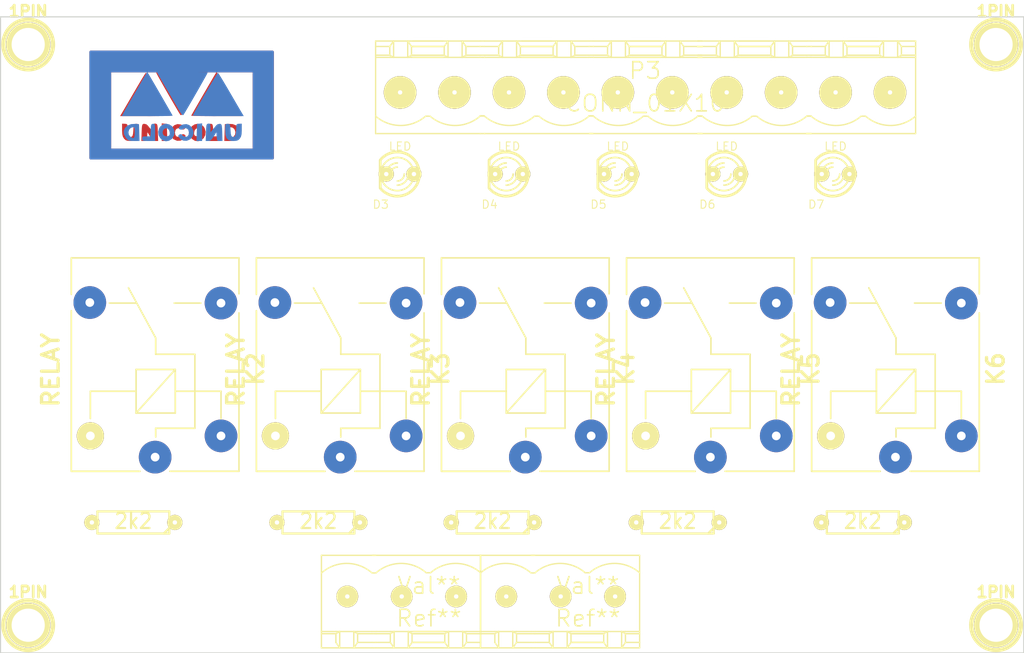
<source format=kicad_pcb>
(kicad_pcb (version 4) (host pcbnew 0.201412071631+5313~19~ubuntu14.04.1-product)

  (general
    (links 35)
    (no_connects 35)
    (area 50.609499 33.7058 144.970501 95.3262)
    (thickness 1.6)
    (drawings 6)
    (tracks 0)
    (zones 0)
    (modules 24)
    (nets 22)
  )

  (page A4)
  (layers
    (0 F.Cu signal)
    (31 B.Cu signal)
    (32 B.Adhes user)
    (33 F.Adhes user)
    (34 B.Paste user)
    (35 F.Paste user)
    (36 B.SilkS user)
    (37 F.SilkS user)
    (38 B.Mask user)
    (39 F.Mask user)
    (40 Dwgs.User user)
    (41 Cmts.User user)
    (42 Eco1.User user)
    (43 Eco2.User user)
    (44 Edge.Cuts user)
    (45 Margin user)
    (46 B.CrtYd user)
    (47 F.CrtYd user)
    (48 B.Fab user)
    (49 F.Fab user)
  )

  (setup
    (last_trace_width 1.5)
    (trace_clearance 0.4)
    (zone_clearance 0.508)
    (zone_45_only no)
    (trace_min 0.254)
    (segment_width 0.2)
    (edge_width 0.1)
    (via_size 1.5)
    (via_drill 0.6)
    (via_min_size 0.889)
    (via_min_drill 0.508)
    (uvia_size 0.508)
    (uvia_drill 0.127)
    (uvias_allowed no)
    (uvia_min_size 0.508)
    (uvia_min_drill 0.127)
    (pcb_text_width 0.3)
    (pcb_text_size 1.5 1.5)
    (mod_edge_width 0.15)
    (mod_text_size 1 1)
    (mod_text_width 0.15)
    (pad_size 2 2)
    (pad_drill 0.4)
    (pad_to_mask_clearance 0)
    (aux_axis_origin 0 0)
    (visible_elements FFFFFF7F)
    (pcbplotparams
      (layerselection 0x00000_80000001)
      (usegerberextensions false)
      (excludeedgelayer false)
      (linewidth 0.100000)
      (plotframeref false)
      (viasonmask false)
      (mode 1)
      (useauxorigin false)
      (hpglpennumber 1)
      (hpglpenspeed 20)
      (hpglpendiameter 15)
      (hpglpenoverlay 2)
      (psnegative false)
      (psa4output false)
      (plotreference false)
      (plotvalue false)
      (plotinvisibletext false)
      (padsonsilk false)
      (subtractmaskfromsilk false)
      (outputformat 4)
      (mirror false)
      (drillshape 1)
      (scaleselection 1)
      (outputdirectory ""))
  )

  (net 0 "")
  (net 1 /24V)
  (net 2 "Net-(D3-Pad2)")
  (net 3 "Net-(D4-Pad2)")
  (net 4 "Net-(D5-Pad2)")
  (net 5 "Net-(D6-Pad2)")
  (net 6 "Net-(D7-Pad2)")
  (net 7 "Net-(K2-Pad4)")
  (net 8 /R1)
  (net 9 "Net-(K2-Pad1)")
  (net 10 "Net-(K3-Pad4)")
  (net 11 /R2)
  (net 12 "Net-(K3-Pad1)")
  (net 13 "Net-(K4-Pad4)")
  (net 14 /R3)
  (net 15 "Net-(K4-Pad1)")
  (net 16 "Net-(K5-Pad4)")
  (net 17 /R4)
  (net 18 "Net-(K5-Pad1)")
  (net 19 "Net-(K6-Pad4)")
  (net 20 /R5)
  (net 21 "Net-(K6-Pad1)")

  (net_class Default "This is the default net class."
    (clearance 0.4)
    (trace_width 1.5)
    (via_dia 1.5)
    (via_drill 0.6)
    (uvia_dia 0.508)
    (uvia_drill 0.127)
    (add_net /24V)
    (add_net /R1)
    (add_net /R2)
    (add_net /R3)
    (add_net /R4)
    (add_net /R5)
    (add_net "Net-(D3-Pad2)")
    (add_net "Net-(D4-Pad2)")
    (add_net "Net-(D5-Pad2)")
    (add_net "Net-(D6-Pad2)")
    (add_net "Net-(D7-Pad2)")
    (add_net "Net-(K2-Pad1)")
    (add_net "Net-(K2-Pad4)")
    (add_net "Net-(K3-Pad1)")
    (add_net "Net-(K3-Pad4)")
    (add_net "Net-(K4-Pad1)")
    (add_net "Net-(K4-Pad4)")
    (add_net "Net-(K5-Pad1)")
    (add_net "Net-(K5-Pad4)")
    (add_net "Net-(K6-Pad1)")
    (add_net "Net-(K6-Pad4)")
  )

  (module locales:PHOENIX_MSTBA2,54-G_3 (layer F.Cu) (tedit 5486E209) (tstamp 5486F088)
    (at 102.25 88.8 180)
    (attr virtual)
    (fp_text reference Ref** (at -2.5 -2 180) (layer F.SilkS)
      (effects (font (thickness 0.15)))
    )
    (fp_text value Val** (at -2.5 1 180) (layer F.SilkS)
      (effects (font (thickness 0.15)))
    )
    (fp_line (start 7.375 3.77984) (end 7.375 -4.719) (layer F.SilkS) (width 0.127))
    (fp_line (start 2.38 3.78) (end 2.7 3.78) (layer F.SilkS) (width 0.127))
    (fp_line (start 2.36 2.16) (end 2.72 2.16) (layer F.SilkS) (width 0.127))
    (fp_line (start 2.36 -3.22) (end 2.73 -3.22) (layer F.SilkS) (width 0.127))
    (fp_line (start 2.36 -3.42) (end 2.7 -3.42) (layer F.SilkS) (width 0.127))
    (fp_line (start 2.38 -4.22) (end 2.7 -4.22) (layer F.SilkS) (width 0.127))
    (fp_line (start 2.38 -4.72) (end 2.71 -4.72) (layer F.SilkS) (width 0.127))
    (fp_line (start 5.6977 -4.719) (end 7.375 -4.719) (layer F.SilkS) (width 0.127))
    (fp_line (start 6.04822 -3.21786) (end 7.375 -3.21786) (layer F.SilkS) (width 0.127))
    (fp_line (start 4.05178 -3.21786) (end 2.75 -3.21786) (layer F.SilkS) (width 0.127))
    (fp_line (start 4.05178 -3.41852) (end 4.05178 -4.21862) (layer F.SilkS) (width 0.127))
    (fp_line (start 4.05178 -4.21862) (end 4.4023 -4.719) (layer F.SilkS) (width 0.127))
    (fp_line (start 5.6977 -4.719) (end 6.04822 -4.21862) (layer F.SilkS) (width 0.127))
    (fp_line (start 6.04822 -4.21862) (end 6.04822 -3.41852) (layer F.SilkS) (width 0.127))
    (fp_line (start 2.75 -4.719) (end 4.4023 -4.719) (layer F.SilkS) (width 0.127))
    (fp_line (start 4.4023 -4.719) (end 5.6977 -4.719) (layer F.SilkS) (width 0.127))
    (fp_line (start 4.05178 -4.21862) (end 2.75 -4.21862) (layer F.SilkS) (width 0.127))
    (fp_line (start 4.05178 -3.21786) (end 4.4023 -3.21786) (layer F.SilkS) (width 0.127))
    (fp_line (start 4.4023 -3.21786) (end 5.6977 -3.21786) (layer F.SilkS) (width 0.127))
    (fp_line (start 5.6977 -3.21786) (end 6.04822 -3.21786) (layer F.SilkS) (width 0.127))
    (fp_line (start 5.6977 -4.719) (end 5.6977 -3.21786) (layer F.SilkS) (width 0.127))
    (fp_line (start 4.4023 -4.719) (end 4.4023 -3.21786) (layer F.SilkS) (width 0.127))
    (fp_line (start 4.05178 -3.41852) (end 2.75 -3.41852) (layer F.SilkS) (width 0.127))
    (fp_line (start 6.04822 -3.41852) (end 7.375 -3.41852) (layer F.SilkS) (width 0.127))
    (fp_line (start 6.04822 -3.41852) (end 5.6977 -3.21786) (layer F.SilkS) (width 0.127))
    (fp_line (start 4.05178 -3.41852) (end 4.4023 -3.21786) (layer F.SilkS) (width 0.127))
    (fp_arc (start 5.05 -0.46958) (end 7.3487 2.17964) (angle 81.9) (layer F.SilkS) (width 0.127))
    (fp_line (start -7.25 -4.72) (end -7.25 3.78) (layer F.SilkS) (width 0.127))
    (fp_line (start -2.65 2.18) (end -2.25 2.18) (layer F.SilkS) (width 0.127))
    (fp_arc (start 0.05 -0.46958) (end 2.3487 2.17964) (angle 81.9) (layer F.SilkS) (width 0.127))
    (fp_line (start -0.94822 -3.41852) (end -0.5977 -3.21786) (layer F.SilkS) (width 0.127))
    (fp_line (start 1.04822 -3.41852) (end 0.6977 -3.21786) (layer F.SilkS) (width 0.127))
    (fp_line (start 1.04822 -3.41852) (end 2.35 -3.41852) (layer F.SilkS) (width 0.127))
    (fp_line (start -0.94822 -3.41852) (end -3.8489 -3.41852) (layer F.SilkS) (width 0.127))
    (fp_line (start -0.5977 -4.719) (end -0.5977 -3.21786) (layer F.SilkS) (width 0.127))
    (fp_line (start 0.6977 -4.719) (end 0.6977 -3.21786) (layer F.SilkS) (width 0.127))
    (fp_line (start 0.6977 -3.21786) (end 1.04822 -3.21786) (layer F.SilkS) (width 0.127))
    (fp_line (start -0.5977 -3.21786) (end 0.6977 -3.21786) (layer F.SilkS) (width 0.127))
    (fp_line (start -0.94822 -3.21786) (end -0.5977 -3.21786) (layer F.SilkS) (width 0.127))
    (fp_line (start 7.375 3.77984) (end -7.2489 3.77984) (layer F.SilkS) (width 0.127))
    (fp_line (start 1.04822 -4.21862) (end 2.35 -4.21862) (layer F.SilkS) (width 0.127))
    (fp_line (start -0.94822 -4.21862) (end -3.8489 -4.21862) (layer F.SilkS) (width 0.127))
    (fp_line (start 0.6977 -4.719) (end 2.35 -4.719) (layer F.SilkS) (width 0.127))
    (fp_line (start -0.5977 -4.719) (end 0.6977 -4.719) (layer F.SilkS) (width 0.127))
    (fp_line (start -3.8489 -4.719) (end -0.5977 -4.719) (layer F.SilkS) (width 0.127))
    (fp_line (start 1.04822 -4.21862) (end 1.04822 -3.41852) (layer F.SilkS) (width 0.127))
    (fp_line (start 0.6977 -4.719) (end 1.04822 -4.21862) (layer F.SilkS) (width 0.127))
    (fp_line (start -0.94822 -4.21862) (end -0.5977 -4.719) (layer F.SilkS) (width 0.127))
    (fp_line (start -0.94822 -3.41852) (end -0.94822 -4.21862) (layer F.SilkS) (width 0.127))
    (fp_line (start -0.94822 -3.21786) (end -3.8489 -3.21786) (layer F.SilkS) (width 0.127))
    (fp_line (start 1.04822 -3.21786) (end 2.35 -3.21786) (layer F.SilkS) (width 0.127))
    (fp_line (start -3.95178 -3.21786) (end -1.0511 -3.21786) (layer F.SilkS) (width 0.127))
    (fp_line (start -5.94822 -3.21786) (end -7.25 -3.21786) (layer F.SilkS) (width 0.127))
    (fp_line (start -5.94822 -3.41852) (end -5.94822 -4.21862) (layer F.SilkS) (width 0.127))
    (fp_line (start -5.94822 -4.21862) (end -5.5977 -4.719) (layer F.SilkS) (width 0.127))
    (fp_line (start -4.3023 -4.719) (end -3.95178 -4.21862) (layer F.SilkS) (width 0.127))
    (fp_line (start -3.95178 -4.21862) (end -3.95178 -3.41852) (layer F.SilkS) (width 0.127))
    (fp_line (start -7.25 -4.719) (end -5.5977 -4.719) (layer F.SilkS) (width 0.127))
    (fp_line (start -5.5977 -4.719) (end -4.3023 -4.719) (layer F.SilkS) (width 0.127))
    (fp_line (start -4.3023 -4.719) (end -1.0511 -4.719) (layer F.SilkS) (width 0.127))
    (fp_line (start -5.94822 -4.21862) (end -7.25 -4.21862) (layer F.SilkS) (width 0.127))
    (fp_line (start -3.95178 -4.21862) (end -1.0511 -4.21862) (layer F.SilkS) (width 0.127))
    (fp_line (start -5.94822 -3.21786) (end -5.5977 -3.21786) (layer F.SilkS) (width 0.127))
    (fp_line (start -5.5977 -3.21786) (end -4.3023 -3.21786) (layer F.SilkS) (width 0.127))
    (fp_line (start -4.3023 -3.21786) (end -3.95178 -3.21786) (layer F.SilkS) (width 0.127))
    (fp_line (start -4.3023 -4.719) (end -4.3023 -3.21786) (layer F.SilkS) (width 0.127))
    (fp_line (start -5.5977 -4.719) (end -5.5977 -3.21786) (layer F.SilkS) (width 0.127))
    (fp_line (start -5.94822 -3.41852) (end -7.25 -3.41852) (layer F.SilkS) (width 0.127))
    (fp_line (start -3.95178 -3.41852) (end -1.0511 -3.41852) (layer F.SilkS) (width 0.127))
    (fp_line (start -3.95178 -3.41852) (end -4.3023 -3.21786) (layer F.SilkS) (width 0.127))
    (fp_line (start -5.94822 -3.41852) (end -5.5977 -3.21786) (layer F.SilkS) (width 0.127))
    (fp_arc (start -4.95 -0.46958) (end -2.6513 2.17964) (angle 81.9) (layer F.SilkS) (width 0.127))
    (pad 1 thru_hole circle (at -5 0 180) (size 2 2) (drill 0.4) (layers *.Cu *.Mask F.SilkS)
      (net 20 /R5))
    (pad 2 thru_hole circle (at 0 0 180) (size 2 2) (drill 0.4) (layers *.Cu *.Mask F.SilkS)
      (net 17 /R4))
    (pad 3 thru_hole circle (at 5 0 180) (size 2 2) (drill 0.4) (layers *.Cu *.Mask F.SilkS)
      (net 14 /R3))
  )

  (module locales:PHOENIX_MSTBA2,54-G_3 (layer F.Cu) (tedit 5486E1EA) (tstamp 5486EFE5)
    (at 87.65 88.8 180)
    (attr virtual)
    (fp_text reference Ref** (at -2.5 -2 180) (layer F.SilkS)
      (effects (font (thickness 0.15)))
    )
    (fp_text value Val** (at -2.5 1 180) (layer F.SilkS)
      (effects (font (thickness 0.15)))
    )
    (fp_line (start 7.375 3.77984) (end 7.375 -4.719) (layer F.SilkS) (width 0.127))
    (fp_line (start 2.38 3.78) (end 2.7 3.78) (layer F.SilkS) (width 0.127))
    (fp_line (start 2.36 2.16) (end 2.72 2.16) (layer F.SilkS) (width 0.127))
    (fp_line (start 2.36 -3.22) (end 2.73 -3.22) (layer F.SilkS) (width 0.127))
    (fp_line (start 2.36 -3.42) (end 2.7 -3.42) (layer F.SilkS) (width 0.127))
    (fp_line (start 2.38 -4.22) (end 2.7 -4.22) (layer F.SilkS) (width 0.127))
    (fp_line (start 2.38 -4.72) (end 2.71 -4.72) (layer F.SilkS) (width 0.127))
    (fp_line (start 5.6977 -4.719) (end 7.375 -4.719) (layer F.SilkS) (width 0.127))
    (fp_line (start 6.04822 -3.21786) (end 7.375 -3.21786) (layer F.SilkS) (width 0.127))
    (fp_line (start 4.05178 -3.21786) (end 2.75 -3.21786) (layer F.SilkS) (width 0.127))
    (fp_line (start 4.05178 -3.41852) (end 4.05178 -4.21862) (layer F.SilkS) (width 0.127))
    (fp_line (start 4.05178 -4.21862) (end 4.4023 -4.719) (layer F.SilkS) (width 0.127))
    (fp_line (start 5.6977 -4.719) (end 6.04822 -4.21862) (layer F.SilkS) (width 0.127))
    (fp_line (start 6.04822 -4.21862) (end 6.04822 -3.41852) (layer F.SilkS) (width 0.127))
    (fp_line (start 2.75 -4.719) (end 4.4023 -4.719) (layer F.SilkS) (width 0.127))
    (fp_line (start 4.4023 -4.719) (end 5.6977 -4.719) (layer F.SilkS) (width 0.127))
    (fp_line (start 4.05178 -4.21862) (end 2.75 -4.21862) (layer F.SilkS) (width 0.127))
    (fp_line (start 4.05178 -3.21786) (end 4.4023 -3.21786) (layer F.SilkS) (width 0.127))
    (fp_line (start 4.4023 -3.21786) (end 5.6977 -3.21786) (layer F.SilkS) (width 0.127))
    (fp_line (start 5.6977 -3.21786) (end 6.04822 -3.21786) (layer F.SilkS) (width 0.127))
    (fp_line (start 5.6977 -4.719) (end 5.6977 -3.21786) (layer F.SilkS) (width 0.127))
    (fp_line (start 4.4023 -4.719) (end 4.4023 -3.21786) (layer F.SilkS) (width 0.127))
    (fp_line (start 4.05178 -3.41852) (end 2.75 -3.41852) (layer F.SilkS) (width 0.127))
    (fp_line (start 6.04822 -3.41852) (end 7.375 -3.41852) (layer F.SilkS) (width 0.127))
    (fp_line (start 6.04822 -3.41852) (end 5.6977 -3.21786) (layer F.SilkS) (width 0.127))
    (fp_line (start 4.05178 -3.41852) (end 4.4023 -3.21786) (layer F.SilkS) (width 0.127))
    (fp_arc (start 5.05 -0.46958) (end 7.3487 2.17964) (angle 81.9) (layer F.SilkS) (width 0.127))
    (fp_line (start -7.25 -4.72) (end -7.25 3.78) (layer F.SilkS) (width 0.127))
    (fp_line (start -2.65 2.18) (end -2.25 2.18) (layer F.SilkS) (width 0.127))
    (fp_arc (start 0.05 -0.46958) (end 2.3487 2.17964) (angle 81.9) (layer F.SilkS) (width 0.127))
    (fp_line (start -0.94822 -3.41852) (end -0.5977 -3.21786) (layer F.SilkS) (width 0.127))
    (fp_line (start 1.04822 -3.41852) (end 0.6977 -3.21786) (layer F.SilkS) (width 0.127))
    (fp_line (start 1.04822 -3.41852) (end 2.35 -3.41852) (layer F.SilkS) (width 0.127))
    (fp_line (start -0.94822 -3.41852) (end -3.8489 -3.41852) (layer F.SilkS) (width 0.127))
    (fp_line (start -0.5977 -4.719) (end -0.5977 -3.21786) (layer F.SilkS) (width 0.127))
    (fp_line (start 0.6977 -4.719) (end 0.6977 -3.21786) (layer F.SilkS) (width 0.127))
    (fp_line (start 0.6977 -3.21786) (end 1.04822 -3.21786) (layer F.SilkS) (width 0.127))
    (fp_line (start -0.5977 -3.21786) (end 0.6977 -3.21786) (layer F.SilkS) (width 0.127))
    (fp_line (start -0.94822 -3.21786) (end -0.5977 -3.21786) (layer F.SilkS) (width 0.127))
    (fp_line (start 7.375 3.77984) (end -7.2489 3.77984) (layer F.SilkS) (width 0.127))
    (fp_line (start 1.04822 -4.21862) (end 2.35 -4.21862) (layer F.SilkS) (width 0.127))
    (fp_line (start -0.94822 -4.21862) (end -3.8489 -4.21862) (layer F.SilkS) (width 0.127))
    (fp_line (start 0.6977 -4.719) (end 2.35 -4.719) (layer F.SilkS) (width 0.127))
    (fp_line (start -0.5977 -4.719) (end 0.6977 -4.719) (layer F.SilkS) (width 0.127))
    (fp_line (start -3.8489 -4.719) (end -0.5977 -4.719) (layer F.SilkS) (width 0.127))
    (fp_line (start 1.04822 -4.21862) (end 1.04822 -3.41852) (layer F.SilkS) (width 0.127))
    (fp_line (start 0.6977 -4.719) (end 1.04822 -4.21862) (layer F.SilkS) (width 0.127))
    (fp_line (start -0.94822 -4.21862) (end -0.5977 -4.719) (layer F.SilkS) (width 0.127))
    (fp_line (start -0.94822 -3.41852) (end -0.94822 -4.21862) (layer F.SilkS) (width 0.127))
    (fp_line (start -0.94822 -3.21786) (end -3.8489 -3.21786) (layer F.SilkS) (width 0.127))
    (fp_line (start 1.04822 -3.21786) (end 2.35 -3.21786) (layer F.SilkS) (width 0.127))
    (fp_line (start -3.95178 -3.21786) (end -1.0511 -3.21786) (layer F.SilkS) (width 0.127))
    (fp_line (start -5.94822 -3.21786) (end -7.25 -3.21786) (layer F.SilkS) (width 0.127))
    (fp_line (start -5.94822 -3.41852) (end -5.94822 -4.21862) (layer F.SilkS) (width 0.127))
    (fp_line (start -5.94822 -4.21862) (end -5.5977 -4.719) (layer F.SilkS) (width 0.127))
    (fp_line (start -4.3023 -4.719) (end -3.95178 -4.21862) (layer F.SilkS) (width 0.127))
    (fp_line (start -3.95178 -4.21862) (end -3.95178 -3.41852) (layer F.SilkS) (width 0.127))
    (fp_line (start -7.25 -4.719) (end -5.5977 -4.719) (layer F.SilkS) (width 0.127))
    (fp_line (start -5.5977 -4.719) (end -4.3023 -4.719) (layer F.SilkS) (width 0.127))
    (fp_line (start -4.3023 -4.719) (end -1.0511 -4.719) (layer F.SilkS) (width 0.127))
    (fp_line (start -5.94822 -4.21862) (end -7.25 -4.21862) (layer F.SilkS) (width 0.127))
    (fp_line (start -3.95178 -4.21862) (end -1.0511 -4.21862) (layer F.SilkS) (width 0.127))
    (fp_line (start -5.94822 -3.21786) (end -5.5977 -3.21786) (layer F.SilkS) (width 0.127))
    (fp_line (start -5.5977 -3.21786) (end -4.3023 -3.21786) (layer F.SilkS) (width 0.127))
    (fp_line (start -4.3023 -3.21786) (end -3.95178 -3.21786) (layer F.SilkS) (width 0.127))
    (fp_line (start -4.3023 -4.719) (end -4.3023 -3.21786) (layer F.SilkS) (width 0.127))
    (fp_line (start -5.5977 -4.719) (end -5.5977 -3.21786) (layer F.SilkS) (width 0.127))
    (fp_line (start -5.94822 -3.41852) (end -7.25 -3.41852) (layer F.SilkS) (width 0.127))
    (fp_line (start -3.95178 -3.41852) (end -1.0511 -3.41852) (layer F.SilkS) (width 0.127))
    (fp_line (start -3.95178 -3.41852) (end -4.3023 -3.21786) (layer F.SilkS) (width 0.127))
    (fp_line (start -5.94822 -3.41852) (end -5.5977 -3.21786) (layer F.SilkS) (width 0.127))
    (fp_arc (start -4.95 -0.46958) (end -2.6513 2.17964) (angle 81.9) (layer F.SilkS) (width 0.127))
    (pad 1 thru_hole circle (at -5 0 180) (size 2 2) (drill 0.4) (layers *.Cu *.Mask F.SilkS)
      (net 11 /R2))
    (pad 2 thru_hole circle (at 0 0 180) (size 2 2) (drill 0.4) (layers *.Cu *.Mask F.SilkS)
      (net 8 /R1))
    (pad 3 thru_hole circle (at 5 0 180) (size 2 2) (drill 0.4) (layers *.Cu *.Mask F.SilkS)
      (net 1 /24V))
  )

  (module locales:PHOENIX_MSTBA2,54-G_10 (layer F.Cu) (tedit 5481B9E9) (tstamp 5486E5DB)
    (at 110 42.5)
    (path /5453D434)
    (attr virtual)
    (fp_text reference P3 (at 0 -2) (layer F.SilkS)
      (effects (font (thickness 0.15)))
    )
    (fp_text value CONN_01X10 (at 0 1) (layer F.SilkS)
      (effects (font (thickness 0.15)))
    )
    (fp_line (start -5.15 2.16) (end -4.76 2.16) (layer F.SilkS) (width 0.15))
    (fp_line (start -5.1 3.78) (end -4.8 3.78) (layer F.SilkS) (width 0.15))
    (fp_line (start 4.86 3.78) (end 5.23 3.78) (layer F.SilkS) (width 0.15))
    (fp_line (start 4.84 2.17) (end 5.23 2.17) (layer F.SilkS) (width 0.15))
    (fp_line (start 14.85 3.78) (end 15.24 3.78) (layer F.SilkS) (width 0.15))
    (fp_line (start 14.86 2.17) (end 15.25 2.17) (layer F.SilkS) (width 0.15))
    (fp_line (start 14.87 -3.22) (end 15.23 -3.22) (layer F.SilkS) (width 0.127))
    (fp_line (start 14.87 -3.42) (end 15.26 -3.42) (layer F.SilkS) (width 0.127))
    (fp_line (start 14.85 -4.22) (end 15.29 -4.22) (layer F.SilkS) (width 0.127))
    (fp_line (start 14.87 -4.72) (end 15.23 -4.72) (layer F.SilkS) (width 0.127))
    (fp_line (start 4.86 -3.22) (end 5.23 -3.22) (layer F.SilkS) (width 0.15))
    (fp_line (start 4.85 -3.42) (end 5.22 -3.42) (layer F.SilkS) (width 0.15))
    (fp_line (start 4.82 -4.21) (end 5.25 -4.21) (layer F.SilkS) (width 0.15))
    (fp_line (start 4.85 -4.72) (end 5.22 -4.72) (layer F.SilkS) (width 0.15))
    (fp_line (start -5.15 -3.22) (end -4.72 -3.22) (layer F.SilkS) (width 0.127))
    (fp_line (start -5.13 -3.42) (end -4.78 -3.42) (layer F.SilkS) (width 0.127))
    (fp_line (start -5.14 -4.22) (end -4.75 -4.22) (layer F.SilkS) (width 0.1287))
    (fp_line (start -5.12 -4.72) (end -4.78 -4.72) (layer F.SilkS) (width 0.127))
    (fp_line (start -15.15 -4.72) (end -14.77 -4.72) (layer F.SilkS) (width 0.127))
    (fp_line (start -15.16 -4.22) (end -14.78 -4.22) (layer F.SilkS) (width 0.127))
    (fp_line (start -15.14 -3.42) (end -14.75 -3.42) (layer F.SilkS) (width 0.127))
    (fp_line (start -15.17 -3.22) (end -14.7 -3.22) (layer F.SilkS) (width 0.128))
    (fp_line (start -15.15 2.16) (end -14.77 2.16) (layer F.SilkS) (width 0.15))
    (fp_line (start -15.135 3.78) (end -14.735 3.78) (layer F.SilkS) (width 0.127))
    (fp_line (start 24.85 -4.72) (end 24.85 3.78) (layer F.SilkS) (width 0.127))
    (fp_line (start 19.85 2.18) (end 20.25 2.18) (layer F.SilkS) (width 0.127))
    (fp_arc (start 22.55 -0.46958) (end 24.8487 2.17964) (angle 81.9) (layer F.SilkS) (width 0.127))
    (fp_line (start 21.55178 -3.41852) (end 21.9023 -3.21786) (layer F.SilkS) (width 0.127))
    (fp_line (start 23.54822 -3.41852) (end 23.1977 -3.21786) (layer F.SilkS) (width 0.127))
    (fp_line (start 23.54822 -3.41852) (end 24.85 -3.41852) (layer F.SilkS) (width 0.127))
    (fp_line (start 21.55178 -3.41852) (end 18.6511 -3.41852) (layer F.SilkS) (width 0.127))
    (fp_line (start 21.9023 -4.719) (end 21.9023 -3.21786) (layer F.SilkS) (width 0.127))
    (fp_line (start 23.1977 -4.719) (end 23.1977 -3.21786) (layer F.SilkS) (width 0.127))
    (fp_line (start 23.1977 -3.21786) (end 23.54822 -3.21786) (layer F.SilkS) (width 0.127))
    (fp_line (start 21.9023 -3.21786) (end 23.1977 -3.21786) (layer F.SilkS) (width 0.127))
    (fp_line (start 21.55178 -3.21786) (end 21.9023 -3.21786) (layer F.SilkS) (width 0.127))
    (fp_line (start 24.85 3.77984) (end 15.2511 3.77984) (layer F.SilkS) (width 0.127))
    (fp_line (start 23.54822 -4.21862) (end 24.85 -4.21862) (layer F.SilkS) (width 0.127))
    (fp_line (start 21.55178 -4.21862) (end 18.6511 -4.21862) (layer F.SilkS) (width 0.127))
    (fp_line (start 23.1977 -4.719) (end 24.85 -4.719) (layer F.SilkS) (width 0.127))
    (fp_line (start 21.9023 -4.719) (end 23.1977 -4.719) (layer F.SilkS) (width 0.127))
    (fp_line (start 18.6511 -4.719) (end 21.9023 -4.719) (layer F.SilkS) (width 0.127))
    (fp_line (start 23.54822 -4.21862) (end 23.54822 -3.41852) (layer F.SilkS) (width 0.127))
    (fp_line (start 23.1977 -4.719) (end 23.54822 -4.21862) (layer F.SilkS) (width 0.127))
    (fp_line (start 21.55178 -4.21862) (end 21.9023 -4.719) (layer F.SilkS) (width 0.127))
    (fp_line (start 21.55178 -3.41852) (end 21.55178 -4.21862) (layer F.SilkS) (width 0.127))
    (fp_line (start 21.55178 -3.21786) (end 18.6511 -3.21786) (layer F.SilkS) (width 0.127))
    (fp_line (start 23.54822 -3.21786) (end 24.85 -3.21786) (layer F.SilkS) (width 0.127))
    (fp_line (start 18.54822 -3.21786) (end 21.4489 -3.21786) (layer F.SilkS) (width 0.127))
    (fp_line (start 16.55178 -3.21786) (end 15.25 -3.21786) (layer F.SilkS) (width 0.127))
    (fp_line (start 16.55178 -3.41852) (end 16.55178 -4.21862) (layer F.SilkS) (width 0.127))
    (fp_line (start 16.55178 -4.21862) (end 16.9023 -4.719) (layer F.SilkS) (width 0.127))
    (fp_line (start 18.1977 -4.719) (end 18.54822 -4.21862) (layer F.SilkS) (width 0.127))
    (fp_line (start 18.54822 -4.21862) (end 18.54822 -3.41852) (layer F.SilkS) (width 0.127))
    (fp_line (start 15.25 -4.719) (end 16.9023 -4.719) (layer F.SilkS) (width 0.127))
    (fp_line (start 16.9023 -4.719) (end 18.1977 -4.719) (layer F.SilkS) (width 0.127))
    (fp_line (start 18.1977 -4.719) (end 21.4489 -4.719) (layer F.SilkS) (width 0.127))
    (fp_line (start 16.55178 -4.21862) (end 15.25 -4.21862) (layer F.SilkS) (width 0.127))
    (fp_line (start 18.54822 -4.21862) (end 21.4489 -4.21862) (layer F.SilkS) (width 0.127))
    (fp_line (start 16.55178 -3.21786) (end 16.9023 -3.21786) (layer F.SilkS) (width 0.127))
    (fp_line (start 16.9023 -3.21786) (end 18.1977 -3.21786) (layer F.SilkS) (width 0.127))
    (fp_line (start 18.1977 -3.21786) (end 18.54822 -3.21786) (layer F.SilkS) (width 0.127))
    (fp_line (start 18.1977 -4.719) (end 18.1977 -3.21786) (layer F.SilkS) (width 0.127))
    (fp_line (start 16.9023 -4.719) (end 16.9023 -3.21786) (layer F.SilkS) (width 0.127))
    (fp_line (start 16.55178 -3.41852) (end 15.25 -3.41852) (layer F.SilkS) (width 0.127))
    (fp_line (start 18.54822 -3.41852) (end 21.4489 -3.41852) (layer F.SilkS) (width 0.127))
    (fp_line (start 18.54822 -3.41852) (end 18.1977 -3.21786) (layer F.SilkS) (width 0.127))
    (fp_line (start 16.55178 -3.41852) (end 16.9023 -3.21786) (layer F.SilkS) (width 0.127))
    (fp_arc (start 17.55 -0.46958) (end 19.8487 2.17964) (angle 81.9) (layer F.SilkS) (width 0.127))
    (fp_line (start 9.85 2.18) (end 10.25 2.18) (layer F.SilkS) (width 0.127))
    (fp_arc (start 12.55 -0.46958) (end 14.8487 2.17964) (angle 81.9) (layer F.SilkS) (width 0.127))
    (fp_line (start 11.55178 -3.41852) (end 11.9023 -3.21786) (layer F.SilkS) (width 0.127))
    (fp_line (start 13.54822 -3.41852) (end 13.1977 -3.21786) (layer F.SilkS) (width 0.127))
    (fp_line (start 13.54822 -3.41852) (end 14.85 -3.41852) (layer F.SilkS) (width 0.127))
    (fp_line (start 11.55178 -3.41852) (end 8.6511 -3.41852) (layer F.SilkS) (width 0.127))
    (fp_line (start 11.9023 -4.719) (end 11.9023 -3.21786) (layer F.SilkS) (width 0.127))
    (fp_line (start 13.1977 -4.719) (end 13.1977 -3.21786) (layer F.SilkS) (width 0.127))
    (fp_line (start 13.1977 -3.21786) (end 13.54822 -3.21786) (layer F.SilkS) (width 0.127))
    (fp_line (start 11.9023 -3.21786) (end 13.1977 -3.21786) (layer F.SilkS) (width 0.127))
    (fp_line (start 11.55178 -3.21786) (end 11.9023 -3.21786) (layer F.SilkS) (width 0.127))
    (fp_line (start 14.85 3.77984) (end 5.2511 3.77984) (layer F.SilkS) (width 0.127))
    (fp_line (start 13.54822 -4.21862) (end 14.85 -4.21862) (layer F.SilkS) (width 0.127))
    (fp_line (start 11.55178 -4.21862) (end 8.6511 -4.21862) (layer F.SilkS) (width 0.127))
    (fp_line (start 13.1977 -4.719) (end 14.85 -4.719) (layer F.SilkS) (width 0.127))
    (fp_line (start 11.9023 -4.719) (end 13.1977 -4.719) (layer F.SilkS) (width 0.127))
    (fp_line (start 8.6511 -4.719) (end 11.9023 -4.719) (layer F.SilkS) (width 0.127))
    (fp_line (start 13.54822 -4.21862) (end 13.54822 -3.41852) (layer F.SilkS) (width 0.127))
    (fp_line (start 13.1977 -4.719) (end 13.54822 -4.21862) (layer F.SilkS) (width 0.127))
    (fp_line (start 11.55178 -4.21862) (end 11.9023 -4.719) (layer F.SilkS) (width 0.127))
    (fp_line (start 11.55178 -3.41852) (end 11.55178 -4.21862) (layer F.SilkS) (width 0.127))
    (fp_line (start 11.55178 -3.21786) (end 8.6511 -3.21786) (layer F.SilkS) (width 0.127))
    (fp_line (start 13.54822 -3.21786) (end 14.85 -3.21786) (layer F.SilkS) (width 0.127))
    (fp_line (start 8.54822 -3.21786) (end 11.4489 -3.21786) (layer F.SilkS) (width 0.127))
    (fp_line (start 6.55178 -3.21786) (end 5.25 -3.21786) (layer F.SilkS) (width 0.127))
    (fp_line (start 6.55178 -3.41852) (end 6.55178 -4.21862) (layer F.SilkS) (width 0.127))
    (fp_line (start 6.55178 -4.21862) (end 6.9023 -4.719) (layer F.SilkS) (width 0.127))
    (fp_line (start 8.1977 -4.719) (end 8.54822 -4.21862) (layer F.SilkS) (width 0.127))
    (fp_line (start 8.54822 -4.21862) (end 8.54822 -3.41852) (layer F.SilkS) (width 0.127))
    (fp_line (start 5.25 -4.719) (end 6.9023 -4.719) (layer F.SilkS) (width 0.127))
    (fp_line (start 6.9023 -4.719) (end 8.1977 -4.719) (layer F.SilkS) (width 0.127))
    (fp_line (start 8.1977 -4.719) (end 11.4489 -4.719) (layer F.SilkS) (width 0.127))
    (fp_line (start 6.55178 -4.21862) (end 5.25 -4.21862) (layer F.SilkS) (width 0.127))
    (fp_line (start 8.54822 -4.21862) (end 11.4489 -4.21862) (layer F.SilkS) (width 0.127))
    (fp_line (start 6.55178 -3.21786) (end 6.9023 -3.21786) (layer F.SilkS) (width 0.127))
    (fp_line (start 6.9023 -3.21786) (end 8.1977 -3.21786) (layer F.SilkS) (width 0.127))
    (fp_line (start 8.1977 -3.21786) (end 8.54822 -3.21786) (layer F.SilkS) (width 0.127))
    (fp_line (start 8.1977 -4.719) (end 8.1977 -3.21786) (layer F.SilkS) (width 0.127))
    (fp_line (start 6.9023 -4.719) (end 6.9023 -3.21786) (layer F.SilkS) (width 0.127))
    (fp_line (start 6.55178 -3.41852) (end 5.25 -3.41852) (layer F.SilkS) (width 0.127))
    (fp_line (start 8.54822 -3.41852) (end 11.4489 -3.41852) (layer F.SilkS) (width 0.127))
    (fp_line (start 8.54822 -3.41852) (end 8.1977 -3.21786) (layer F.SilkS) (width 0.127))
    (fp_line (start 6.55178 -3.41852) (end 6.9023 -3.21786) (layer F.SilkS) (width 0.127))
    (fp_arc (start 7.55 -0.46958) (end 9.8487 2.17964) (angle 81.9) (layer F.SilkS) (width 0.127))
    (fp_line (start -24.75 -4.72) (end -24.75 3.78) (layer F.SilkS) (width 0.127))
    (fp_line (start -20.15 2.18) (end -19.75 2.18) (layer F.SilkS) (width 0.127))
    (fp_arc (start -17.45 -0.46958) (end -15.1513 2.17964) (angle 81.9) (layer F.SilkS) (width 0.127))
    (fp_line (start -18.44822 -3.41852) (end -18.0977 -3.21786) (layer F.SilkS) (width 0.127))
    (fp_line (start -16.45178 -3.41852) (end -16.8023 -3.21786) (layer F.SilkS) (width 0.127))
    (fp_line (start -16.45178 -3.41852) (end -15.15 -3.41852) (layer F.SilkS) (width 0.127))
    (fp_line (start -18.44822 -3.41852) (end -21.3489 -3.41852) (layer F.SilkS) (width 0.127))
    (fp_line (start -18.0977 -4.719) (end -18.0977 -3.21786) (layer F.SilkS) (width 0.127))
    (fp_line (start -16.8023 -4.719) (end -16.8023 -3.21786) (layer F.SilkS) (width 0.127))
    (fp_line (start -16.8023 -3.21786) (end -16.45178 -3.21786) (layer F.SilkS) (width 0.127))
    (fp_line (start -18.0977 -3.21786) (end -16.8023 -3.21786) (layer F.SilkS) (width 0.127))
    (fp_line (start -18.44822 -3.21786) (end -18.0977 -3.21786) (layer F.SilkS) (width 0.127))
    (fp_line (start -15.15 3.77984) (end -24.7489 3.77984) (layer F.SilkS) (width 0.127))
    (fp_line (start -16.45178 -4.21862) (end -15.15 -4.21862) (layer F.SilkS) (width 0.127))
    (fp_line (start -18.44822 -4.21862) (end -21.3489 -4.21862) (layer F.SilkS) (width 0.127))
    (fp_line (start -16.8023 -4.719) (end -15.15 -4.719) (layer F.SilkS) (width 0.127))
    (fp_line (start -18.0977 -4.719) (end -16.8023 -4.719) (layer F.SilkS) (width 0.127))
    (fp_line (start -21.3489 -4.719) (end -18.0977 -4.719) (layer F.SilkS) (width 0.127))
    (fp_line (start -16.45178 -4.21862) (end -16.45178 -3.41852) (layer F.SilkS) (width 0.127))
    (fp_line (start -16.8023 -4.719) (end -16.45178 -4.21862) (layer F.SilkS) (width 0.127))
    (fp_line (start -18.44822 -4.21862) (end -18.0977 -4.719) (layer F.SilkS) (width 0.127))
    (fp_line (start -18.44822 -3.41852) (end -18.44822 -4.21862) (layer F.SilkS) (width 0.127))
    (fp_line (start -18.44822 -3.21786) (end -21.3489 -3.21786) (layer F.SilkS) (width 0.127))
    (fp_line (start -16.45178 -3.21786) (end -15.15 -3.21786) (layer F.SilkS) (width 0.127))
    (fp_line (start -21.45178 -3.21786) (end -18.5511 -3.21786) (layer F.SilkS) (width 0.127))
    (fp_line (start -23.44822 -3.21786) (end -24.75 -3.21786) (layer F.SilkS) (width 0.127))
    (fp_line (start -23.44822 -3.41852) (end -23.44822 -4.21862) (layer F.SilkS) (width 0.127))
    (fp_line (start -23.44822 -4.21862) (end -23.0977 -4.719) (layer F.SilkS) (width 0.127))
    (fp_line (start -21.8023 -4.719) (end -21.45178 -4.21862) (layer F.SilkS) (width 0.127))
    (fp_line (start -21.45178 -4.21862) (end -21.45178 -3.41852) (layer F.SilkS) (width 0.127))
    (fp_line (start -24.75 -4.719) (end -23.0977 -4.719) (layer F.SilkS) (width 0.127))
    (fp_line (start -23.0977 -4.719) (end -21.8023 -4.719) (layer F.SilkS) (width 0.127))
    (fp_line (start -21.8023 -4.719) (end -18.5511 -4.719) (layer F.SilkS) (width 0.127))
    (fp_line (start -23.44822 -4.21862) (end -24.75 -4.21862) (layer F.SilkS) (width 0.127))
    (fp_line (start -21.45178 -4.21862) (end -18.5511 -4.21862) (layer F.SilkS) (width 0.127))
    (fp_line (start -23.44822 -3.21786) (end -23.0977 -3.21786) (layer F.SilkS) (width 0.127))
    (fp_line (start -23.0977 -3.21786) (end -21.8023 -3.21786) (layer F.SilkS) (width 0.127))
    (fp_line (start -21.8023 -3.21786) (end -21.45178 -3.21786) (layer F.SilkS) (width 0.127))
    (fp_line (start -21.8023 -4.719) (end -21.8023 -3.21786) (layer F.SilkS) (width 0.127))
    (fp_line (start -23.0977 -4.719) (end -23.0977 -3.21786) (layer F.SilkS) (width 0.127))
    (fp_line (start -23.44822 -3.41852) (end -24.75 -3.41852) (layer F.SilkS) (width 0.127))
    (fp_line (start -21.45178 -3.41852) (end -18.5511 -3.41852) (layer F.SilkS) (width 0.127))
    (fp_line (start -21.45178 -3.41852) (end -21.8023 -3.21786) (layer F.SilkS) (width 0.127))
    (fp_line (start -23.44822 -3.41852) (end -23.0977 -3.21786) (layer F.SilkS) (width 0.127))
    (fp_arc (start -22.45 -0.46958) (end -20.1513 2.17964) (angle 81.9) (layer F.SilkS) (width 0.127))
    (fp_line (start -10.15 2.18) (end -9.75 2.18) (layer F.SilkS) (width 0.127))
    (fp_arc (start -7.45 -0.46958) (end -5.1513 2.17964) (angle 81.9) (layer F.SilkS) (width 0.127))
    (fp_line (start -8.44822 -3.41852) (end -8.0977 -3.21786) (layer F.SilkS) (width 0.127))
    (fp_line (start -6.45178 -3.41852) (end -6.8023 -3.21786) (layer F.SilkS) (width 0.127))
    (fp_line (start -6.45178 -3.41852) (end -5.15 -3.41852) (layer F.SilkS) (width 0.127))
    (fp_line (start -8.44822 -3.41852) (end -11.3489 -3.41852) (layer F.SilkS) (width 0.127))
    (fp_line (start -8.0977 -4.719) (end -8.0977 -3.21786) (layer F.SilkS) (width 0.127))
    (fp_line (start -6.8023 -4.719) (end -6.8023 -3.21786) (layer F.SilkS) (width 0.127))
    (fp_line (start -6.8023 -3.21786) (end -6.45178 -3.21786) (layer F.SilkS) (width 0.127))
    (fp_line (start -8.0977 -3.21786) (end -6.8023 -3.21786) (layer F.SilkS) (width 0.127))
    (fp_line (start -8.44822 -3.21786) (end -8.0977 -3.21786) (layer F.SilkS) (width 0.127))
    (fp_line (start -5.15 3.77984) (end -14.7489 3.77984) (layer F.SilkS) (width 0.127))
    (fp_line (start -6.45178 -4.21862) (end -5.15 -4.21862) (layer F.SilkS) (width 0.127))
    (fp_line (start -8.44822 -4.21862) (end -11.3489 -4.21862) (layer F.SilkS) (width 0.127))
    (fp_line (start -6.8023 -4.719) (end -5.15 -4.719) (layer F.SilkS) (width 0.127))
    (fp_line (start -8.0977 -4.719) (end -6.8023 -4.719) (layer F.SilkS) (width 0.127))
    (fp_line (start -11.3489 -4.719) (end -8.0977 -4.719) (layer F.SilkS) (width 0.127))
    (fp_line (start -6.45178 -4.21862) (end -6.45178 -3.41852) (layer F.SilkS) (width 0.127))
    (fp_line (start -6.8023 -4.719) (end -6.45178 -4.21862) (layer F.SilkS) (width 0.127))
    (fp_line (start -8.44822 -4.21862) (end -8.0977 -4.719) (layer F.SilkS) (width 0.127))
    (fp_line (start -8.44822 -3.41852) (end -8.44822 -4.21862) (layer F.SilkS) (width 0.127))
    (fp_line (start -8.44822 -3.21786) (end -11.3489 -3.21786) (layer F.SilkS) (width 0.127))
    (fp_line (start -6.45178 -3.21786) (end -5.15 -3.21786) (layer F.SilkS) (width 0.127))
    (fp_line (start -11.45178 -3.21786) (end -8.5511 -3.21786) (layer F.SilkS) (width 0.127))
    (fp_line (start -13.44822 -3.21786) (end -14.75 -3.21786) (layer F.SilkS) (width 0.127))
    (fp_line (start -13.44822 -3.41852) (end -13.44822 -4.21862) (layer F.SilkS) (width 0.127))
    (fp_line (start -13.44822 -4.21862) (end -13.0977 -4.719) (layer F.SilkS) (width 0.127))
    (fp_line (start -11.8023 -4.719) (end -11.45178 -4.21862) (layer F.SilkS) (width 0.127))
    (fp_line (start -11.45178 -4.21862) (end -11.45178 -3.41852) (layer F.SilkS) (width 0.127))
    (fp_line (start -14.75 -4.719) (end -13.0977 -4.719) (layer F.SilkS) (width 0.127))
    (fp_line (start -13.0977 -4.719) (end -11.8023 -4.719) (layer F.SilkS) (width 0.127))
    (fp_line (start -11.8023 -4.719) (end -8.5511 -4.719) (layer F.SilkS) (width 0.127))
    (fp_line (start -13.44822 -4.21862) (end -14.75 -4.21862) (layer F.SilkS) (width 0.127))
    (fp_line (start -11.45178 -4.21862) (end -8.5511 -4.21862) (layer F.SilkS) (width 0.127))
    (fp_line (start -13.44822 -3.21786) (end -13.0977 -3.21786) (layer F.SilkS) (width 0.127))
    (fp_line (start -13.0977 -3.21786) (end -11.8023 -3.21786) (layer F.SilkS) (width 0.127))
    (fp_line (start -11.8023 -3.21786) (end -11.45178 -3.21786) (layer F.SilkS) (width 0.127))
    (fp_line (start -11.8023 -4.719) (end -11.8023 -3.21786) (layer F.SilkS) (width 0.127))
    (fp_line (start -13.0977 -4.719) (end -13.0977 -3.21786) (layer F.SilkS) (width 0.127))
    (fp_line (start -13.44822 -3.41852) (end -14.75 -3.41852) (layer F.SilkS) (width 0.127))
    (fp_line (start -11.45178 -3.41852) (end -8.5511 -3.41852) (layer F.SilkS) (width 0.127))
    (fp_line (start -11.45178 -3.41852) (end -11.8023 -3.21786) (layer F.SilkS) (width 0.127))
    (fp_line (start -13.44822 -3.41852) (end -13.0977 -3.21786) (layer F.SilkS) (width 0.127))
    (fp_arc (start -12.45 -0.46958) (end -10.1513 2.17964) (angle 81.9) (layer F.SilkS) (width 0.127))
    (fp_line (start -0.15 2.18) (end 0.25 2.18) (layer F.SilkS) (width 0.127))
    (fp_arc (start 2.55 -0.46958) (end 4.8487 2.17964) (angle 81.9) (layer F.SilkS) (width 0.127))
    (fp_line (start 1.55178 -3.41852) (end 1.9023 -3.21786) (layer F.SilkS) (width 0.127))
    (fp_line (start 3.54822 -3.41852) (end 3.1977 -3.21786) (layer F.SilkS) (width 0.127))
    (fp_line (start 3.54822 -3.41852) (end 4.85 -3.41852) (layer F.SilkS) (width 0.127))
    (fp_line (start 1.55178 -3.41852) (end -1.3489 -3.41852) (layer F.SilkS) (width 0.127))
    (fp_line (start 1.9023 -4.719) (end 1.9023 -3.21786) (layer F.SilkS) (width 0.127))
    (fp_line (start 3.1977 -4.719) (end 3.1977 -3.21786) (layer F.SilkS) (width 0.127))
    (fp_line (start 3.1977 -3.21786) (end 3.54822 -3.21786) (layer F.SilkS) (width 0.127))
    (fp_line (start 1.9023 -3.21786) (end 3.1977 -3.21786) (layer F.SilkS) (width 0.127))
    (fp_line (start 1.55178 -3.21786) (end 1.9023 -3.21786) (layer F.SilkS) (width 0.127))
    (fp_line (start 4.85 3.77984) (end -4.7489 3.77984) (layer F.SilkS) (width 0.127))
    (fp_line (start 3.54822 -4.21862) (end 4.85 -4.21862) (layer F.SilkS) (width 0.127))
    (fp_line (start 1.55178 -4.21862) (end -1.3489 -4.21862) (layer F.SilkS) (width 0.127))
    (fp_line (start 3.1977 -4.719) (end 4.85 -4.719) (layer F.SilkS) (width 0.127))
    (fp_line (start 1.9023 -4.719) (end 3.1977 -4.719) (layer F.SilkS) (width 0.127))
    (fp_line (start -1.3489 -4.719) (end 1.9023 -4.719) (layer F.SilkS) (width 0.127))
    (fp_line (start 3.54822 -4.21862) (end 3.54822 -3.41852) (layer F.SilkS) (width 0.127))
    (fp_line (start 3.1977 -4.719) (end 3.54822 -4.21862) (layer F.SilkS) (width 0.127))
    (fp_line (start 1.55178 -4.21862) (end 1.9023 -4.719) (layer F.SilkS) (width 0.127))
    (fp_line (start 1.55178 -3.41852) (end 1.55178 -4.21862) (layer F.SilkS) (width 0.127))
    (fp_line (start 1.55178 -3.21786) (end -1.3489 -3.21786) (layer F.SilkS) (width 0.127))
    (fp_line (start 3.54822 -3.21786) (end 4.85 -3.21786) (layer F.SilkS) (width 0.127))
    (fp_line (start -1.45178 -3.21786) (end 1.4489 -3.21786) (layer F.SilkS) (width 0.127))
    (fp_line (start -3.44822 -3.21786) (end -4.75 -3.21786) (layer F.SilkS) (width 0.127))
    (fp_line (start -3.44822 -3.41852) (end -3.44822 -4.21862) (layer F.SilkS) (width 0.127))
    (fp_line (start -3.44822 -4.21862) (end -3.0977 -4.719) (layer F.SilkS) (width 0.127))
    (fp_line (start -1.8023 -4.719) (end -1.45178 -4.21862) (layer F.SilkS) (width 0.127))
    (fp_line (start -1.45178 -4.21862) (end -1.45178 -3.41852) (layer F.SilkS) (width 0.127))
    (fp_line (start -4.75 -4.719) (end -3.0977 -4.719) (layer F.SilkS) (width 0.127))
    (fp_line (start -3.0977 -4.719) (end -1.8023 -4.719) (layer F.SilkS) (width 0.127))
    (fp_line (start -1.8023 -4.719) (end 1.4489 -4.719) (layer F.SilkS) (width 0.127))
    (fp_line (start -3.44822 -4.21862) (end -4.75 -4.21862) (layer F.SilkS) (width 0.127))
    (fp_line (start -1.45178 -4.21862) (end 1.4489 -4.21862) (layer F.SilkS) (width 0.127))
    (fp_line (start -3.44822 -3.21786) (end -3.0977 -3.21786) (layer F.SilkS) (width 0.127))
    (fp_line (start -3.0977 -3.21786) (end -1.8023 -3.21786) (layer F.SilkS) (width 0.127))
    (fp_line (start -1.8023 -3.21786) (end -1.45178 -3.21786) (layer F.SilkS) (width 0.127))
    (fp_line (start -1.8023 -4.719) (end -1.8023 -3.21786) (layer F.SilkS) (width 0.127))
    (fp_line (start -3.0977 -4.719) (end -3.0977 -3.21786) (layer F.SilkS) (width 0.127))
    (fp_line (start -3.44822 -3.41852) (end -4.75 -3.41852) (layer F.SilkS) (width 0.127))
    (fp_line (start -1.45178 -3.41852) (end 1.4489 -3.41852) (layer F.SilkS) (width 0.127))
    (fp_line (start -1.45178 -3.41852) (end -1.8023 -3.21786) (layer F.SilkS) (width 0.127))
    (fp_line (start -3.44822 -3.41852) (end -3.0977 -3.21786) (layer F.SilkS) (width 0.127))
    (fp_arc (start -2.45 -0.46958) (end -0.1513 2.17964) (angle 81.9) (layer F.SilkS) (width 0.127))
    (pad 1 thru_hole circle (at -22.5 0) (size 3 3) (drill 0.4) (layers *.Cu *.Mask F.SilkS)
      (net 9 "Net-(K2-Pad1)"))
    (pad 2 thru_hole circle (at -17.5 0) (size 3 3) (drill 0.4) (layers *.Cu *.Mask F.SilkS)
      (net 7 "Net-(K2-Pad4)"))
    (pad 3 thru_hole circle (at -12.5 0) (size 3 3) (drill 0.4) (layers *.Cu *.Mask F.SilkS)
      (net 12 "Net-(K3-Pad1)"))
    (pad 4 thru_hole circle (at -7.5 0) (size 3 3) (drill 0.4) (layers *.Cu *.Mask F.SilkS)
      (net 10 "Net-(K3-Pad4)"))
    (pad 5 thru_hole circle (at -2.5 0) (size 3 3) (drill 0.4) (layers *.Cu *.Mask F.SilkS)
      (net 15 "Net-(K4-Pad1)"))
    (pad 6 thru_hole circle (at 2.5 0) (size 3 3) (drill 0.4) (layers *.Cu *.Mask F.SilkS)
      (net 13 "Net-(K4-Pad4)"))
    (pad 7 thru_hole circle (at 7.5 0) (size 3 3) (drill 0.4) (layers *.Cu *.Mask F.SilkS)
      (net 18 "Net-(K5-Pad1)"))
    (pad 8 thru_hole circle (at 12.5 0) (size 3 3) (drill 0.4) (layers *.Cu *.Mask F.SilkS)
      (net 16 "Net-(K5-Pad4)"))
    (pad 9 thru_hole circle (at 17.5 0) (size 3 3) (drill 0.4) (layers *.Cu *.Mask F.SilkS)
      (net 21 "Net-(K6-Pad1)"))
    (pad 10 thru_hole circle (at 22.5 0) (size 3 3) (drill 0.4) (layers *.Cu *.Mask F.SilkS)
      (net 19 "Net-(K6-Pad4)"))
  )

  (module Connect:1pin (layer F.Cu) (tedit 54579E81) (tstamp 5457B4A5)
    (at 53.34 91.44)
    (descr "module 1 pin (ou trou mecanique de percage)")
    (tags DEV)
    (fp_text reference 1PIN (at 0 -3.048) (layer F.SilkS)
      (effects (font (size 1.016 1.016) (thickness 0.254)))
    )
    (fp_text value P*** (at 0 2.794) (layer F.SilkS) hide
      (effects (font (size 1.016 1.016) (thickness 0.254)))
    )
    (fp_circle (center 0 0) (end 0 -2.286) (layer F.SilkS) (width 0.381))
    (pad 1 thru_hole circle (at 0 0) (size 4.064 4.064) (drill 3.048) (layers *.Cu *.Mask F.SilkS))
  )

  (module LOGO (layer B.Cu) (tedit 0) (tstamp 545A0185)
    (at 67.96 43.66 180)
    (fp_text reference G*** (at 0 -4.65582 180) (layer B.SilkS) hide
      (effects (font (thickness 0.3048)) (justify mirror))
    )
    (fp_text value LOGO (at 0 4.65582 180) (layer B.SilkS) hide
      (effects (font (thickness 0.3048)) (justify mirror))
    )
    (fp_poly (pts (xy 7.239 3.85318) (xy 0.0635 3.83286) (xy -7.112 3.81) (xy -7.13486 -0.10668)
      (xy -7.15772 -4.02082) (xy -7.17804 -0.0635) (xy -7.19582 3.89382) (xy 0.02032 3.8735)
      (xy 7.239 3.85318) (xy 7.239 3.85318)) (layer B.Cu) (width 0.00254))
    (fp_poly (pts (xy 2.6797 -2.4511) (xy 2.6416 -2.7686) (xy 2.49682 -3.04038) (xy 2.27838 -3.2258)
      (xy 2.27838 -2.56286) (xy 2.2479 -2.3622) (xy 2.1336 -2.20218) (xy 1.97104 -2.12598)
      (xy 1.79832 -2.16662) (xy 1.66116 -2.34188) (xy 1.61036 -2.58572) (xy 1.64084 -2.75844)
      (xy 1.75514 -2.85242) (xy 1.9431 -2.87274) (xy 2.13106 -2.81178) (xy 2.1971 -2.7559)
      (xy 2.27838 -2.56286) (xy 2.27838 -3.2258) (xy 2.26822 -3.23596) (xy 1.98374 -3.3274)
      (xy 1.6891 -3.28422) (xy 1.40462 -3.0988) (xy 1.22936 -2.80162) (xy 1.18618 -2.52984)
      (xy 1.24968 -2.19202) (xy 1.4224 -1.93802) (xy 1.66878 -1.77546) (xy 1.95072 -1.71958)
      (xy 2.23266 -1.778) (xy 2.4765 -1.96088) (xy 2.58572 -2.12344) (xy 2.6797 -2.4511)
      (xy 2.6797 -2.4511)) (layer B.Cu) (width 0.00254))
    (fp_poly (pts (xy -3.47218 -2.286) (xy -3.50012 -2.7305) (xy -3.59918 -3.03276) (xy -3.78206 -3.2131)
      (xy -4.06146 -3.29438) (xy -4.23418 -3.302) (xy -4.5085 -3.28422) (xy -4.68122 -3.21818)
      (xy -4.82092 -3.07848) (xy -4.92252 -2.90576) (xy -4.9784 -2.68224) (xy -4.99618 -2.35458)
      (xy -4.99618 -2.28346) (xy -4.99618 -1.71196) (xy -4.74218 -1.72212) (xy -4.60248 -1.73482)
      (xy -4.52628 -1.78562) (xy -4.4958 -1.91262) (xy -4.48818 -2.15646) (xy -4.48818 -2.25298)
      (xy -4.46024 -2.63652) (xy -4.37388 -2.86258) (xy -4.22656 -2.93624) (xy -4.12242 -2.91338)
      (xy -4.04114 -2.83464) (xy -3.99034 -2.64668) (xy -3.9624 -2.3241) (xy -3.9624 -2.2987)
      (xy -3.94462 -1.99898) (xy -3.91668 -1.8288) (xy -3.8608 -1.7526) (xy -3.75666 -1.72974)
      (xy -3.70332 -1.7272) (xy -3.5814 -1.72974) (xy -3.51028 -1.77038) (xy -3.4798 -1.8923)
      (xy -3.47218 -2.12598) (xy -3.47218 -2.286) (xy -3.47218 -2.286)) (layer B.Cu) (width 0.00254))
    (fp_poly (pts (xy -1.68656 -3.302) (xy -1.92278 -3.302) (xy -2.08534 -3.27152) (xy -2.23012 -3.15468)
      (xy -2.4003 -2.921) (xy -2.413 -2.89814) (xy -2.667 -2.49682) (xy -2.6924 -2.90068)
      (xy -2.71526 -3.14198) (xy -2.76352 -3.26136) (xy -2.86766 -3.29946) (xy -2.9718 -3.302)
      (xy -3.22326 -3.302) (xy -3.2004 -2.5273) (xy -3.18516 -2.16154) (xy -3.16484 -1.9304)
      (xy -3.12928 -1.8034) (xy -3.06832 -1.74498) (xy -2.9845 -1.72212) (xy -2.76606 -1.76784)
      (xy -2.64414 -1.87452) (xy -2.48158 -2.07264) (xy -2.3114 -2.27584) (xy -2.12344 -2.49682)
      (xy -2.1209 -2.09042) (xy -2.11074 -1.84404) (xy -2.07518 -1.72974) (xy -1.99136 -1.7018)
      (xy -1.92532 -1.70942) (xy -1.83642 -1.73228) (xy -1.778 -1.79324) (xy -1.74498 -1.92532)
      (xy -1.72466 -2.16408) (xy -1.71196 -2.51968) (xy -1.68656 -3.302) (xy -1.68656 -3.302)) (layer B.Cu) (width 0.00254))
    (fp_poly (pts (xy -0.84074 -3.302) (xy -1.09728 -3.302) (xy -1.35382 -3.302) (xy -1.35382 -2.49174)
      (xy -1.35382 -1.68148) (xy -1.12268 -1.70942) (xy -0.889 -1.73482) (xy -0.86614 -2.51968)
      (xy -0.84074 -3.302) (xy -0.84074 -3.302)) (layer B.Cu) (width 0.00254))
    (fp_poly (pts (xy 0.82296 -2.77368) (xy 0.8128 -2.921) (xy 0.65024 -3.11658) (xy 0.37338 -3.27152)
      (xy 0.05588 -3.28422) (xy -0.24892 -3.15214) (xy -0.2794 -3.13182) (xy -0.48768 -2.88036)
      (xy -0.56642 -2.5908) (xy -0.53086 -2.30124) (xy -0.39624 -2.03962) (xy -0.18542 -1.84658)
      (xy 0.0889 -1.75006) (xy 0.40894 -1.78562) (xy 0.41402 -1.78816) (xy 0.64516 -1.905)
      (xy 0.77216 -2.04216) (xy 0.77724 -2.16916) (xy 0.66802 -2.24536) (xy 0.48768 -2.25298)
      (xy 0.39624 -2.2098) (xy 0.20828 -2.1209) (xy 0.01524 -2.17424) (xy -0.0889 -2.29362)
      (xy -0.14478 -2.52222) (xy -0.10414 -2.74828) (xy 0.02032 -2.89814) (xy 0.04826 -2.91084)
      (xy 0.21082 -2.91592) (xy 0.38608 -2.84988) (xy 0.49784 -2.75082) (xy 0.508 -2.71272)
      (xy 0.57404 -2.67208) (xy 0.67818 -2.68478) (xy 0.82296 -2.77368) (xy 0.82296 -2.77368)) (layer B.Cu) (width 0.00254))
    (fp_poly (pts (xy 4.14782 -3.09118) (xy 4.1402 -3.2004) (xy 4.0894 -3.2639) (xy 3.95986 -3.29184)
      (xy 3.71348 -3.302) (xy 3.556 -3.302) (xy 2.96418 -3.302) (xy 2.96418 -2.50952)
      (xy 2.96418 -2.13868) (xy 2.97688 -1.90754) (xy 3.00228 -1.78308) (xy 3.05562 -1.73228)
      (xy 3.13944 -1.72466) (xy 3.15468 -1.72466) (xy 3.25628 -1.74498) (xy 3.3147 -1.8161)
      (xy 3.34772 -1.97612) (xy 3.36804 -2.26314) (xy 3.36804 -2.30632) (xy 3.39344 -2.87782)
      (xy 3.7719 -2.87782) (xy 4.00558 -2.88798) (xy 4.1148 -2.93116) (xy 4.14782 -3.0353)
      (xy 4.14782 -3.09118) (xy 4.14782 -3.09118)) (layer B.Cu) (width 0.00254))
    (fp_poly (pts (xy 5.83946 -2.37236) (xy 5.81914 -2.68478) (xy 5.64896 -3.00736) (xy 5.62356 -3.04038)
      (xy 5.48132 -3.19024) (xy 5.41528 -3.22326) (xy 5.41528 -2.49174) (xy 5.34924 -2.26314)
      (xy 5.1943 -2.09296) (xy 4.98856 -2.032) (xy 4.89204 -2.05486) (xy 4.84378 -2.14884)
      (xy 4.826 -2.35712) (xy 4.826 -2.48412) (xy 4.8387 -2.81432) (xy 4.8895 -2.99466)
      (xy 4.9911 -3.04038) (xy 5.15874 -2.96418) (xy 5.22986 -2.91592) (xy 5.37972 -2.72542)
      (xy 5.41528 -2.49174) (xy 5.41528 -3.22326) (xy 5.33654 -3.26644) (xy 5.12826 -3.29692)
      (xy 4.89966 -3.302) (xy 4.39674 -3.302) (xy 4.4196 -2.5273) (xy 4.445 -1.75514)
      (xy 4.74218 -1.72974) (xy 5.15874 -1.75006) (xy 5.49402 -1.8796) (xy 5.72516 -2.0955)
      (xy 5.83946 -2.37236) (xy 5.83946 -2.37236)) (layer B.Cu) (width 0.00254))
    (fp_poly (pts (xy -0.508 -0.96266) (xy -0.58928 -0.97536) (xy -0.81788 -0.98806) (xy -1.17348 -0.99822)
      (xy -1.63322 -1.00838) (xy -2.17424 -1.01346) (xy -2.77876 -1.016) (xy -2.8448 -1.016)
      (xy -5.17906 -1.016) (xy -5.01396 -0.74168) (xy -4.92506 -0.58928) (xy -4.76504 -0.31496)
      (xy -4.54914 0.05334) (xy -4.2926 0.4953) (xy -4.00812 0.98552) (xy -3.85318 1.24968)
      (xy -3.57124 1.73228) (xy -3.3147 2.16408) (xy -3.0988 2.52222) (xy -2.9337 2.78638)
      (xy -2.8321 2.93624) (xy -2.8067 2.96164) (xy -2.75336 2.89052) (xy -2.6289 2.69748)
      (xy -2.44856 2.40284) (xy -2.22504 2.032) (xy -1.97358 1.60528) (xy -1.70434 1.14808)
      (xy -1.43256 0.6858) (xy -1.17348 0.23622) (xy -0.93726 -0.17272) (xy -0.74168 -0.51816)
      (xy -0.5969 -0.77978) (xy -0.51816 -0.93472) (xy -0.508 -0.96266) (xy -0.508 -0.96266)) (layer B.Cu) (width 0.00254))
    (fp_poly (pts (xy 2.8067 3.048) (xy 2.53238 2.56032) (xy 2.33172 2.20726) (xy 2.1082 1.82118)
      (xy 1.98374 1.60782) (xy 1.83896 1.36398) (xy 1.63322 1.01092) (xy 1.39192 0.59944)
      (xy 1.14046 0.1651) (xy 1.07442 0.05334) (xy 0.83058 -0.36576) (xy 0.65532 -0.65532)
      (xy 0.5334 -0.83312) (xy 0.45212 -0.91948) (xy 0.3937 -0.92964) (xy 0.34544 -0.88138)
      (xy 0.31496 -0.83566) (xy 0.17018 -0.59944) (xy -0.02286 -0.26924) (xy -0.25654 0.12954)
      (xy -0.51562 0.57404) (xy -0.78232 1.03886) (xy -1.04902 1.50368) (xy -1.29794 1.9431)
      (xy -1.51638 2.33172) (xy -1.69418 2.64922) (xy -1.81356 2.8702) (xy -1.86182 2.9718)
      (xy -1.86182 2.97434) (xy -1.78308 2.99466) (xy -1.55448 3.0099) (xy -1.19888 3.02514)
      (xy -0.73914 3.03784) (xy -0.19558 3.04546) (xy 0.40894 3.048) (xy 0.47244 3.048)
      (xy 2.8067 3.048) (xy 2.8067 3.048)) (layer B.Cu) (width 0.00254))
    (fp_poly (pts (xy 6.01472 -1.016) (xy 3.68554 -1.016) (xy 3.07594 -1.01346) (xy 2.5273 -1.01092)
      (xy 2.05994 -1.00584) (xy 1.69418 -0.99822) (xy 1.45034 -0.9906) (xy 1.35382 -0.98044)
      (xy 1.39446 -0.90424) (xy 1.50622 -0.70358) (xy 1.67894 -0.40132) (xy 1.89484 -0.0254)
      (xy 2.14376 0.4064) (xy 2.41046 0.86868) (xy 2.68224 1.33604) (xy 2.94386 1.7907)
      (xy 3.1877 2.20472) (xy 3.39344 2.56032) (xy 3.55346 2.82702) (xy 3.64998 2.98958)
      (xy 3.67284 3.02514) (xy 3.7211 2.96418) (xy 3.83286 2.78384) (xy 3.99542 2.51206)
      (xy 4.191 2.17932) (xy 4.45262 1.72212) (xy 4.75742 1.19888) (xy 5.0546 0.68834)
      (xy 5.20954 0.42164) (xy 5.42798 0.04826) (xy 5.6261 -0.29972) (xy 5.78612 -0.57912)
      (xy 5.87248 -0.74168) (xy 6.01472 -1.016) (xy 6.01472 -1.016)) (layer B.Cu) (width 0.00254))
  )

  (module LOGO (layer F.Cu) (tedit 0) (tstamp 545A0175)
    (at 66.96 43.66)
    (fp_text reference G*** (at 0 4.65582) (layer F.SilkS) hide
      (effects (font (thickness 0.3048)))
    )
    (fp_text value LOGO (at 0 -4.65582) (layer F.SilkS) hide
      (effects (font (thickness 0.3048)))
    )
    (fp_poly (pts (xy 7.239 -3.85318) (xy 0.0635 -3.83286) (xy -7.112 -3.81) (xy -7.13486 0.10668)
      (xy -7.15772 4.02082) (xy -7.17804 0.0635) (xy -7.19582 -3.89382) (xy 0.02032 -3.8735)
      (xy 7.239 -3.85318) (xy 7.239 -3.85318)) (layer F.Cu) (width 0.00254))
    (fp_poly (pts (xy 2.6797 2.4511) (xy 2.6416 2.7686) (xy 2.49682 3.04038) (xy 2.27838 3.2258)
      (xy 2.27838 2.56286) (xy 2.2479 2.3622) (xy 2.1336 2.20218) (xy 1.97104 2.12598)
      (xy 1.79832 2.16662) (xy 1.66116 2.34188) (xy 1.61036 2.58572) (xy 1.64084 2.75844)
      (xy 1.75514 2.85242) (xy 1.9431 2.87274) (xy 2.13106 2.81178) (xy 2.1971 2.7559)
      (xy 2.27838 2.56286) (xy 2.27838 3.2258) (xy 2.26822 3.23596) (xy 1.98374 3.3274)
      (xy 1.6891 3.28422) (xy 1.40462 3.0988) (xy 1.22936 2.80162) (xy 1.18618 2.52984)
      (xy 1.24968 2.19202) (xy 1.4224 1.93802) (xy 1.66878 1.77546) (xy 1.95072 1.71958)
      (xy 2.23266 1.778) (xy 2.4765 1.96088) (xy 2.58572 2.12344) (xy 2.6797 2.4511)
      (xy 2.6797 2.4511)) (layer F.Cu) (width 0.00254))
    (fp_poly (pts (xy -3.47218 2.286) (xy -3.50012 2.7305) (xy -3.59918 3.03276) (xy -3.78206 3.2131)
      (xy -4.06146 3.29438) (xy -4.23418 3.302) (xy -4.5085 3.28422) (xy -4.68122 3.21818)
      (xy -4.82092 3.07848) (xy -4.92252 2.90576) (xy -4.9784 2.68224) (xy -4.99618 2.35458)
      (xy -4.99618 2.28346) (xy -4.99618 1.71196) (xy -4.74218 1.72212) (xy -4.60248 1.73482)
      (xy -4.52628 1.78562) (xy -4.4958 1.91262) (xy -4.48818 2.15646) (xy -4.48818 2.25298)
      (xy -4.46024 2.63652) (xy -4.37388 2.86258) (xy -4.22656 2.93624) (xy -4.12242 2.91338)
      (xy -4.04114 2.83464) (xy -3.99034 2.64668) (xy -3.9624 2.3241) (xy -3.9624 2.2987)
      (xy -3.94462 1.99898) (xy -3.91668 1.8288) (xy -3.8608 1.7526) (xy -3.75666 1.72974)
      (xy -3.70332 1.7272) (xy -3.5814 1.72974) (xy -3.51028 1.77038) (xy -3.4798 1.8923)
      (xy -3.47218 2.12598) (xy -3.47218 2.286) (xy -3.47218 2.286)) (layer F.Cu) (width 0.00254))
    (fp_poly (pts (xy -1.68656 3.302) (xy -1.92278 3.302) (xy -2.08534 3.27152) (xy -2.23012 3.15468)
      (xy -2.4003 2.921) (xy -2.413 2.89814) (xy -2.667 2.49682) (xy -2.6924 2.90068)
      (xy -2.71526 3.14198) (xy -2.76352 3.26136) (xy -2.86766 3.29946) (xy -2.9718 3.302)
      (xy -3.22326 3.302) (xy -3.2004 2.5273) (xy -3.18516 2.16154) (xy -3.16484 1.9304)
      (xy -3.12928 1.8034) (xy -3.06832 1.74498) (xy -2.9845 1.72212) (xy -2.76606 1.76784)
      (xy -2.64414 1.87452) (xy -2.48158 2.07264) (xy -2.3114 2.27584) (xy -2.12344 2.49682)
      (xy -2.1209 2.09042) (xy -2.11074 1.84404) (xy -2.07518 1.72974) (xy -1.99136 1.7018)
      (xy -1.92532 1.70942) (xy -1.83642 1.73228) (xy -1.778 1.79324) (xy -1.74498 1.92532)
      (xy -1.72466 2.16408) (xy -1.71196 2.51968) (xy -1.68656 3.302) (xy -1.68656 3.302)) (layer F.Cu) (width 0.00254))
    (fp_poly (pts (xy -0.84074 3.302) (xy -1.09728 3.302) (xy -1.35382 3.302) (xy -1.35382 2.49174)
      (xy -1.35382 1.68148) (xy -1.12268 1.70942) (xy -0.889 1.73482) (xy -0.86614 2.51968)
      (xy -0.84074 3.302) (xy -0.84074 3.302)) (layer F.Cu) (width 0.00254))
    (fp_poly (pts (xy 0.82296 2.77368) (xy 0.8128 2.921) (xy 0.65024 3.11658) (xy 0.37338 3.27152)
      (xy 0.05588 3.28422) (xy -0.24892 3.15214) (xy -0.2794 3.13182) (xy -0.48768 2.88036)
      (xy -0.56642 2.5908) (xy -0.53086 2.30124) (xy -0.39624 2.03962) (xy -0.18542 1.84658)
      (xy 0.0889 1.75006) (xy 0.40894 1.78562) (xy 0.41402 1.78816) (xy 0.64516 1.905)
      (xy 0.77216 2.04216) (xy 0.77724 2.16916) (xy 0.66802 2.24536) (xy 0.48768 2.25298)
      (xy 0.39624 2.2098) (xy 0.20828 2.1209) (xy 0.01524 2.17424) (xy -0.0889 2.29362)
      (xy -0.14478 2.52222) (xy -0.10414 2.74828) (xy 0.02032 2.89814) (xy 0.04826 2.91084)
      (xy 0.21082 2.91592) (xy 0.38608 2.84988) (xy 0.49784 2.75082) (xy 0.508 2.71272)
      (xy 0.57404 2.67208) (xy 0.67818 2.68478) (xy 0.82296 2.77368) (xy 0.82296 2.77368)) (layer F.Cu) (width 0.00254))
    (fp_poly (pts (xy 4.14782 3.09118) (xy 4.1402 3.2004) (xy 4.0894 3.2639) (xy 3.95986 3.29184)
      (xy 3.71348 3.302) (xy 3.556 3.302) (xy 2.96418 3.302) (xy 2.96418 2.50952)
      (xy 2.96418 2.13868) (xy 2.97688 1.90754) (xy 3.00228 1.78308) (xy 3.05562 1.73228)
      (xy 3.13944 1.72466) (xy 3.15468 1.72466) (xy 3.25628 1.74498) (xy 3.3147 1.8161)
      (xy 3.34772 1.97612) (xy 3.36804 2.26314) (xy 3.36804 2.30632) (xy 3.39344 2.87782)
      (xy 3.7719 2.87782) (xy 4.00558 2.88798) (xy 4.1148 2.93116) (xy 4.14782 3.0353)
      (xy 4.14782 3.09118) (xy 4.14782 3.09118)) (layer F.Cu) (width 0.00254))
    (fp_poly (pts (xy 5.83946 2.37236) (xy 5.81914 2.68478) (xy 5.64896 3.00736) (xy 5.62356 3.04038)
      (xy 5.48132 3.19024) (xy 5.41528 3.22326) (xy 5.41528 2.49174) (xy 5.34924 2.26314)
      (xy 5.1943 2.09296) (xy 4.98856 2.032) (xy 4.89204 2.05486) (xy 4.84378 2.14884)
      (xy 4.826 2.35712) (xy 4.826 2.48412) (xy 4.8387 2.81432) (xy 4.8895 2.99466)
      (xy 4.9911 3.04038) (xy 5.15874 2.96418) (xy 5.22986 2.91592) (xy 5.37972 2.72542)
      (xy 5.41528 2.49174) (xy 5.41528 3.22326) (xy 5.33654 3.26644) (xy 5.12826 3.29692)
      (xy 4.89966 3.302) (xy 4.39674 3.302) (xy 4.4196 2.5273) (xy 4.445 1.75514)
      (xy 4.74218 1.72974) (xy 5.15874 1.75006) (xy 5.49402 1.8796) (xy 5.72516 2.0955)
      (xy 5.83946 2.37236) (xy 5.83946 2.37236)) (layer F.Cu) (width 0.00254))
    (fp_poly (pts (xy -0.508 0.96266) (xy -0.58928 0.97536) (xy -0.81788 0.98806) (xy -1.17348 0.99822)
      (xy -1.63322 1.00838) (xy -2.17424 1.01346) (xy -2.77876 1.016) (xy -2.8448 1.016)
      (xy -5.17906 1.016) (xy -5.01396 0.74168) (xy -4.92506 0.58928) (xy -4.76504 0.31496)
      (xy -4.54914 -0.05334) (xy -4.2926 -0.4953) (xy -4.00812 -0.98552) (xy -3.85318 -1.24968)
      (xy -3.57124 -1.73228) (xy -3.3147 -2.16408) (xy -3.0988 -2.52222) (xy -2.9337 -2.78638)
      (xy -2.8321 -2.93624) (xy -2.8067 -2.96164) (xy -2.75336 -2.89052) (xy -2.6289 -2.69748)
      (xy -2.44856 -2.40284) (xy -2.22504 -2.032) (xy -1.97358 -1.60528) (xy -1.70434 -1.14808)
      (xy -1.43256 -0.6858) (xy -1.17348 -0.23622) (xy -0.93726 0.17272) (xy -0.74168 0.51816)
      (xy -0.5969 0.77978) (xy -0.51816 0.93472) (xy -0.508 0.96266) (xy -0.508 0.96266)) (layer F.Cu) (width 0.00254))
    (fp_poly (pts (xy 2.8067 -3.048) (xy 2.53238 -2.56032) (xy 2.33172 -2.20726) (xy 2.1082 -1.82118)
      (xy 1.98374 -1.60782) (xy 1.83896 -1.36398) (xy 1.63322 -1.01092) (xy 1.39192 -0.59944)
      (xy 1.14046 -0.1651) (xy 1.07442 -0.05334) (xy 0.83058 0.36576) (xy 0.65532 0.65532)
      (xy 0.5334 0.83312) (xy 0.45212 0.91948) (xy 0.3937 0.92964) (xy 0.34544 0.88138)
      (xy 0.31496 0.83566) (xy 0.17018 0.59944) (xy -0.02286 0.26924) (xy -0.25654 -0.12954)
      (xy -0.51562 -0.57404) (xy -0.78232 -1.03886) (xy -1.04902 -1.50368) (xy -1.29794 -1.9431)
      (xy -1.51638 -2.33172) (xy -1.69418 -2.64922) (xy -1.81356 -2.8702) (xy -1.86182 -2.9718)
      (xy -1.86182 -2.97434) (xy -1.78308 -2.99466) (xy -1.55448 -3.0099) (xy -1.19888 -3.02514)
      (xy -0.73914 -3.03784) (xy -0.19558 -3.04546) (xy 0.40894 -3.048) (xy 0.47244 -3.048)
      (xy 2.8067 -3.048) (xy 2.8067 -3.048)) (layer F.Cu) (width 0.00254))
    (fp_poly (pts (xy 6.01472 1.016) (xy 3.68554 1.016) (xy 3.07594 1.01346) (xy 2.5273 1.01092)
      (xy 2.05994 1.00584) (xy 1.69418 0.99822) (xy 1.45034 0.9906) (xy 1.35382 0.98044)
      (xy 1.39446 0.90424) (xy 1.50622 0.70358) (xy 1.67894 0.40132) (xy 1.89484 0.0254)
      (xy 2.14376 -0.4064) (xy 2.41046 -0.86868) (xy 2.68224 -1.33604) (xy 2.94386 -1.7907)
      (xy 3.1877 -2.20472) (xy 3.39344 -2.56032) (xy 3.55346 -2.82702) (xy 3.64998 -2.98958)
      (xy 3.67284 -3.02514) (xy 3.7211 -2.96418) (xy 3.83286 -2.78384) (xy 3.99542 -2.51206)
      (xy 4.191 -2.17932) (xy 4.45262 -1.72212) (xy 4.75742 -1.19888) (xy 5.0546 -0.68834)
      (xy 5.20954 -0.42164) (xy 5.42798 -0.04826) (xy 5.6261 0.29972) (xy 5.78612 0.57912)
      (xy 5.87248 0.74168) (xy 6.01472 1.016) (xy 6.01472 1.016)) (layer F.Cu) (width 0.00254))
  )

  (module LEDs:LED-3MM (layer F.Cu) (tedit 54576512) (tstamp 545769DC)
    (at 87.5 50 180)
    (descr "LED 3mm - Lead pitch 100mil (2,54mm)")
    (tags "LED led 3mm 3MM 100mil 2,54mm")
    (path /544E9327)
    (fp_text reference D3 (at 1.778 -2.794 180) (layer F.SilkS)
      (effects (font (size 0.762 0.762) (thickness 0.0889)))
    )
    (fp_text value LED (at 0 2.54 180) (layer F.SilkS)
      (effects (font (size 0.762 0.762) (thickness 0.0889)))
    )
    (fp_line (start 1.8288 1.27) (end 1.8288 -1.27) (layer F.SilkS) (width 0.254))
    (fp_arc (start 0.254 0) (end -1.27 0) (angle 39.8) (layer F.SilkS) (width 0.1524))
    (fp_arc (start 0.254 0) (end -0.88392 1.01092) (angle 41.6) (layer F.SilkS) (width 0.1524))
    (fp_arc (start 0.254 0) (end 1.4097 -0.9906) (angle 40.6) (layer F.SilkS) (width 0.1524))
    (fp_arc (start 0.254 0) (end 1.778 0) (angle 39.8) (layer F.SilkS) (width 0.1524))
    (fp_arc (start 0.254 0) (end 0.254 -1.524) (angle 54.4) (layer F.SilkS) (width 0.1524))
    (fp_arc (start 0.254 0) (end -0.9652 -0.9144) (angle 53.1) (layer F.SilkS) (width 0.1524))
    (fp_arc (start 0.254 0) (end 1.45542 0.93472) (angle 52.1) (layer F.SilkS) (width 0.1524))
    (fp_arc (start 0.254 0) (end 0.254 1.524) (angle 52.1) (layer F.SilkS) (width 0.1524))
    (fp_arc (start 0.254 0) (end -0.381 0) (angle 90) (layer F.SilkS) (width 0.1524))
    (fp_arc (start 0.254 0) (end -0.762 0) (angle 90) (layer F.SilkS) (width 0.1524))
    (fp_arc (start 0.254 0) (end 0.889 0) (angle 90) (layer F.SilkS) (width 0.1524))
    (fp_arc (start 0.254 0) (end 1.27 0) (angle 90) (layer F.SilkS) (width 0.1524))
    (fp_arc (start 0.254 0) (end 0.254 -2.032) (angle 50.1) (layer F.SilkS) (width 0.254))
    (fp_arc (start 0.254 0) (end -1.5367 -0.95504) (angle 61.9) (layer F.SilkS) (width 0.254))
    (fp_arc (start 0.254 0) (end 1.8034 1.31064) (angle 49.7) (layer F.SilkS) (width 0.254))
    (fp_arc (start 0.254 0) (end 0.254 2.032) (angle 60.2) (layer F.SilkS) (width 0.254))
    (fp_arc (start 0.254 0) (end -1.778 0) (angle 28.3) (layer F.SilkS) (width 0.254))
    (fp_arc (start 0.254 0) (end -1.47574 1.06426) (angle 31.6) (layer F.SilkS) (width 0.254))
    (pad 1 thru_hole circle (at -1.27 0 180) (size 1.397 1.397) (drill 0.4) (layers *.Cu *.Mask F.SilkS)
      (net 1 /24V))
    (pad 2 thru_hole circle (at 1.27 0 180) (size 1.397 1.397) (drill 0.4) (layers *.Cu *.Mask F.SilkS)
      (net 2 "Net-(D3-Pad2)"))
    (model discret/leds/led3_vertical_verde.wrl
      (at (xyz 0 0 0))
      (scale (xyz 1 1 1))
      (rotate (xyz 0 0 0))
    )
  )

  (module LEDs:LED-3MM (layer F.Cu) (tedit 54576512) (tstamp 545769E2)
    (at 97.5 50 180)
    (descr "LED 3mm - Lead pitch 100mil (2,54mm)")
    (tags "LED led 3mm 3MM 100mil 2,54mm")
    (path /544E9789)
    (fp_text reference D4 (at 1.778 -2.794 180) (layer F.SilkS)
      (effects (font (size 0.762 0.762) (thickness 0.0889)))
    )
    (fp_text value LED (at 0 2.54 180) (layer F.SilkS)
      (effects (font (size 0.762 0.762) (thickness 0.0889)))
    )
    (fp_line (start 1.8288 1.27) (end 1.8288 -1.27) (layer F.SilkS) (width 0.254))
    (fp_arc (start 0.254 0) (end -1.27 0) (angle 39.8) (layer F.SilkS) (width 0.1524))
    (fp_arc (start 0.254 0) (end -0.88392 1.01092) (angle 41.6) (layer F.SilkS) (width 0.1524))
    (fp_arc (start 0.254 0) (end 1.4097 -0.9906) (angle 40.6) (layer F.SilkS) (width 0.1524))
    (fp_arc (start 0.254 0) (end 1.778 0) (angle 39.8) (layer F.SilkS) (width 0.1524))
    (fp_arc (start 0.254 0) (end 0.254 -1.524) (angle 54.4) (layer F.SilkS) (width 0.1524))
    (fp_arc (start 0.254 0) (end -0.9652 -0.9144) (angle 53.1) (layer F.SilkS) (width 0.1524))
    (fp_arc (start 0.254 0) (end 1.45542 0.93472) (angle 52.1) (layer F.SilkS) (width 0.1524))
    (fp_arc (start 0.254 0) (end 0.254 1.524) (angle 52.1) (layer F.SilkS) (width 0.1524))
    (fp_arc (start 0.254 0) (end -0.381 0) (angle 90) (layer F.SilkS) (width 0.1524))
    (fp_arc (start 0.254 0) (end -0.762 0) (angle 90) (layer F.SilkS) (width 0.1524))
    (fp_arc (start 0.254 0) (end 0.889 0) (angle 90) (layer F.SilkS) (width 0.1524))
    (fp_arc (start 0.254 0) (end 1.27 0) (angle 90) (layer F.SilkS) (width 0.1524))
    (fp_arc (start 0.254 0) (end 0.254 -2.032) (angle 50.1) (layer F.SilkS) (width 0.254))
    (fp_arc (start 0.254 0) (end -1.5367 -0.95504) (angle 61.9) (layer F.SilkS) (width 0.254))
    (fp_arc (start 0.254 0) (end 1.8034 1.31064) (angle 49.7) (layer F.SilkS) (width 0.254))
    (fp_arc (start 0.254 0) (end 0.254 2.032) (angle 60.2) (layer F.SilkS) (width 0.254))
    (fp_arc (start 0.254 0) (end -1.778 0) (angle 28.3) (layer F.SilkS) (width 0.254))
    (fp_arc (start 0.254 0) (end -1.47574 1.06426) (angle 31.6) (layer F.SilkS) (width 0.254))
    (pad 1 thru_hole circle (at -1.27 0 180) (size 1.397 1.397) (drill 0.4) (layers *.Cu *.Mask F.SilkS)
      (net 1 /24V))
    (pad 2 thru_hole circle (at 1.27 0 180) (size 1.397 1.397) (drill 0.4) (layers *.Cu *.Mask F.SilkS)
      (net 3 "Net-(D4-Pad2)"))
    (model discret/leds/led3_vertical_verde.wrl
      (at (xyz 0 0 0))
      (scale (xyz 1 1 1))
      (rotate (xyz 0 0 0))
    )
  )

  (module LEDs:LED-3MM (layer F.Cu) (tedit 54576512) (tstamp 545769E8)
    (at 107.5 50 180)
    (descr "LED 3mm - Lead pitch 100mil (2,54mm)")
    (tags "LED led 3mm 3MM 100mil 2,54mm")
    (path /544E9A54)
    (fp_text reference D5 (at 1.778 -2.794 180) (layer F.SilkS)
      (effects (font (size 0.762 0.762) (thickness 0.0889)))
    )
    (fp_text value LED (at 0 2.54 180) (layer F.SilkS)
      (effects (font (size 0.762 0.762) (thickness 0.0889)))
    )
    (fp_line (start 1.8288 1.27) (end 1.8288 -1.27) (layer F.SilkS) (width 0.254))
    (fp_arc (start 0.254 0) (end -1.27 0) (angle 39.8) (layer F.SilkS) (width 0.1524))
    (fp_arc (start 0.254 0) (end -0.88392 1.01092) (angle 41.6) (layer F.SilkS) (width 0.1524))
    (fp_arc (start 0.254 0) (end 1.4097 -0.9906) (angle 40.6) (layer F.SilkS) (width 0.1524))
    (fp_arc (start 0.254 0) (end 1.778 0) (angle 39.8) (layer F.SilkS) (width 0.1524))
    (fp_arc (start 0.254 0) (end 0.254 -1.524) (angle 54.4) (layer F.SilkS) (width 0.1524))
    (fp_arc (start 0.254 0) (end -0.9652 -0.9144) (angle 53.1) (layer F.SilkS) (width 0.1524))
    (fp_arc (start 0.254 0) (end 1.45542 0.93472) (angle 52.1) (layer F.SilkS) (width 0.1524))
    (fp_arc (start 0.254 0) (end 0.254 1.524) (angle 52.1) (layer F.SilkS) (width 0.1524))
    (fp_arc (start 0.254 0) (end -0.381 0) (angle 90) (layer F.SilkS) (width 0.1524))
    (fp_arc (start 0.254 0) (end -0.762 0) (angle 90) (layer F.SilkS) (width 0.1524))
    (fp_arc (start 0.254 0) (end 0.889 0) (angle 90) (layer F.SilkS) (width 0.1524))
    (fp_arc (start 0.254 0) (end 1.27 0) (angle 90) (layer F.SilkS) (width 0.1524))
    (fp_arc (start 0.254 0) (end 0.254 -2.032) (angle 50.1) (layer F.SilkS) (width 0.254))
    (fp_arc (start 0.254 0) (end -1.5367 -0.95504) (angle 61.9) (layer F.SilkS) (width 0.254))
    (fp_arc (start 0.254 0) (end 1.8034 1.31064) (angle 49.7) (layer F.SilkS) (width 0.254))
    (fp_arc (start 0.254 0) (end 0.254 2.032) (angle 60.2) (layer F.SilkS) (width 0.254))
    (fp_arc (start 0.254 0) (end -1.778 0) (angle 28.3) (layer F.SilkS) (width 0.254))
    (fp_arc (start 0.254 0) (end -1.47574 1.06426) (angle 31.6) (layer F.SilkS) (width 0.254))
    (pad 1 thru_hole circle (at -1.27 0 180) (size 1.397 1.397) (drill 0.4) (layers *.Cu *.Mask F.SilkS)
      (net 1 /24V))
    (pad 2 thru_hole circle (at 1.27 0 180) (size 1.397 1.397) (drill 0.4) (layers *.Cu *.Mask F.SilkS)
      (net 4 "Net-(D5-Pad2)"))
    (model discret/leds/led3_vertical_verde.wrl
      (at (xyz 0 0 0))
      (scale (xyz 1 1 1))
      (rotate (xyz 0 0 0))
    )
  )

  (module LEDs:LED-3MM (layer F.Cu) (tedit 54576512) (tstamp 545769EE)
    (at 117.5 50 180)
    (descr "LED 3mm - Lead pitch 100mil (2,54mm)")
    (tags "LED led 3mm 3MM 100mil 2,54mm")
    (path /544E9C6C)
    (fp_text reference D6 (at 1.778 -2.794 180) (layer F.SilkS)
      (effects (font (size 0.762 0.762) (thickness 0.0889)))
    )
    (fp_text value LED (at 0 2.54 180) (layer F.SilkS)
      (effects (font (size 0.762 0.762) (thickness 0.0889)))
    )
    (fp_line (start 1.8288 1.27) (end 1.8288 -1.27) (layer F.SilkS) (width 0.254))
    (fp_arc (start 0.254 0) (end -1.27 0) (angle 39.8) (layer F.SilkS) (width 0.1524))
    (fp_arc (start 0.254 0) (end -0.88392 1.01092) (angle 41.6) (layer F.SilkS) (width 0.1524))
    (fp_arc (start 0.254 0) (end 1.4097 -0.9906) (angle 40.6) (layer F.SilkS) (width 0.1524))
    (fp_arc (start 0.254 0) (end 1.778 0) (angle 39.8) (layer F.SilkS) (width 0.1524))
    (fp_arc (start 0.254 0) (end 0.254 -1.524) (angle 54.4) (layer F.SilkS) (width 0.1524))
    (fp_arc (start 0.254 0) (end -0.9652 -0.9144) (angle 53.1) (layer F.SilkS) (width 0.1524))
    (fp_arc (start 0.254 0) (end 1.45542 0.93472) (angle 52.1) (layer F.SilkS) (width 0.1524))
    (fp_arc (start 0.254 0) (end 0.254 1.524) (angle 52.1) (layer F.SilkS) (width 0.1524))
    (fp_arc (start 0.254 0) (end -0.381 0) (angle 90) (layer F.SilkS) (width 0.1524))
    (fp_arc (start 0.254 0) (end -0.762 0) (angle 90) (layer F.SilkS) (width 0.1524))
    (fp_arc (start 0.254 0) (end 0.889 0) (angle 90) (layer F.SilkS) (width 0.1524))
    (fp_arc (start 0.254 0) (end 1.27 0) (angle 90) (layer F.SilkS) (width 0.1524))
    (fp_arc (start 0.254 0) (end 0.254 -2.032) (angle 50.1) (layer F.SilkS) (width 0.254))
    (fp_arc (start 0.254 0) (end -1.5367 -0.95504) (angle 61.9) (layer F.SilkS) (width 0.254))
    (fp_arc (start 0.254 0) (end 1.8034 1.31064) (angle 49.7) (layer F.SilkS) (width 0.254))
    (fp_arc (start 0.254 0) (end 0.254 2.032) (angle 60.2) (layer F.SilkS) (width 0.254))
    (fp_arc (start 0.254 0) (end -1.778 0) (angle 28.3) (layer F.SilkS) (width 0.254))
    (fp_arc (start 0.254 0) (end -1.47574 1.06426) (angle 31.6) (layer F.SilkS) (width 0.254))
    (pad 1 thru_hole circle (at -1.27 0 180) (size 1.397 1.397) (drill 0.4) (layers *.Cu *.Mask F.SilkS)
      (net 1 /24V))
    (pad 2 thru_hole circle (at 1.27 0 180) (size 1.397 1.397) (drill 0.4) (layers *.Cu *.Mask F.SilkS)
      (net 5 "Net-(D6-Pad2)"))
    (model discret/leds/led3_vertical_verde.wrl
      (at (xyz 0 0 0))
      (scale (xyz 1 1 1))
      (rotate (xyz 0 0 0))
    )
  )

  (module LEDs:LED-3MM (layer F.Cu) (tedit 54576512) (tstamp 545769F4)
    (at 127.5 50 180)
    (descr "LED 3mm - Lead pitch 100mil (2,54mm)")
    (tags "LED led 3mm 3MM 100mil 2,54mm")
    (path /544E9D29)
    (fp_text reference D7 (at 1.778 -2.794 180) (layer F.SilkS)
      (effects (font (size 0.762 0.762) (thickness 0.0889)))
    )
    (fp_text value LED (at 0 2.54 180) (layer F.SilkS)
      (effects (font (size 0.762 0.762) (thickness 0.0889)))
    )
    (fp_line (start 1.8288 1.27) (end 1.8288 -1.27) (layer F.SilkS) (width 0.254))
    (fp_arc (start 0.254 0) (end -1.27 0) (angle 39.8) (layer F.SilkS) (width 0.1524))
    (fp_arc (start 0.254 0) (end -0.88392 1.01092) (angle 41.6) (layer F.SilkS) (width 0.1524))
    (fp_arc (start 0.254 0) (end 1.4097 -0.9906) (angle 40.6) (layer F.SilkS) (width 0.1524))
    (fp_arc (start 0.254 0) (end 1.778 0) (angle 39.8) (layer F.SilkS) (width 0.1524))
    (fp_arc (start 0.254 0) (end 0.254 -1.524) (angle 54.4) (layer F.SilkS) (width 0.1524))
    (fp_arc (start 0.254 0) (end -0.9652 -0.9144) (angle 53.1) (layer F.SilkS) (width 0.1524))
    (fp_arc (start 0.254 0) (end 1.45542 0.93472) (angle 52.1) (layer F.SilkS) (width 0.1524))
    (fp_arc (start 0.254 0) (end 0.254 1.524) (angle 52.1) (layer F.SilkS) (width 0.1524))
    (fp_arc (start 0.254 0) (end -0.381 0) (angle 90) (layer F.SilkS) (width 0.1524))
    (fp_arc (start 0.254 0) (end -0.762 0) (angle 90) (layer F.SilkS) (width 0.1524))
    (fp_arc (start 0.254 0) (end 0.889 0) (angle 90) (layer F.SilkS) (width 0.1524))
    (fp_arc (start 0.254 0) (end 1.27 0) (angle 90) (layer F.SilkS) (width 0.1524))
    (fp_arc (start 0.254 0) (end 0.254 -2.032) (angle 50.1) (layer F.SilkS) (width 0.254))
    (fp_arc (start 0.254 0) (end -1.5367 -0.95504) (angle 61.9) (layer F.SilkS) (width 0.254))
    (fp_arc (start 0.254 0) (end 1.8034 1.31064) (angle 49.7) (layer F.SilkS) (width 0.254))
    (fp_arc (start 0.254 0) (end 0.254 2.032) (angle 60.2) (layer F.SilkS) (width 0.254))
    (fp_arc (start 0.254 0) (end -1.778 0) (angle 28.3) (layer F.SilkS) (width 0.254))
    (fp_arc (start 0.254 0) (end -1.47574 1.06426) (angle 31.6) (layer F.SilkS) (width 0.254))
    (pad 1 thru_hole circle (at -1.27 0 180) (size 1.397 1.397) (drill 0.4) (layers *.Cu *.Mask F.SilkS)
      (net 1 /24V))
    (pad 2 thru_hole circle (at 1.27 0 180) (size 1.397 1.397) (drill 0.4) (layers *.Cu *.Mask F.SilkS)
      (net 6 "Net-(D7-Pad2)"))
    (model discret/leds/led3_vertical_verde.wrl
      (at (xyz 0 0 0))
      (scale (xyz 1 1 1))
      (rotate (xyz 0 0 0))
    )
  )

  (module Relays_ThroughHole:Relay_SANYOU_SRD_Series_Form_C (layer F.Cu) (tedit 5481B947) (tstamp 5481BA99)
    (at 65 76 90)
    (descr "relay, Sanyou SRD series Form C")
    (path /544E5122)
    (fp_text reference K2 (at 8.1 9.2 90) (layer F.SilkS)
      (effects (font (thickness 0.3048)))
    )
    (fp_text value RELAY (at 8 -9.6 90) (layer F.SilkS)
      (effects (font (thickness 0.3048)))
    )
    (fp_line (start 15 7.7) (end 18.3 7.7) (layer F.SilkS) (width 0.15))
    (fp_line (start 18.3 7.7) (end 18.3 -7.7) (layer F.SilkS) (width 0.15))
    (fp_line (start 18.3 -7.7) (end 14.95 -7.7) (layer F.SilkS) (width 0.15))
    (fp_line (start -1.3 1.35) (end -1.3 7.7) (layer F.SilkS) (width 0.15))
    (fp_line (start -1.3 7.7) (end 13.25 7.7) (layer F.SilkS) (width 0.15))
    (fp_line (start -1.3 -1.4) (end -1.3 -7.7) (layer F.SilkS) (width 0.15))
    (fp_line (start -1.3 -7.7) (end 13.45 -7.7) (layer F.SilkS) (width 0.15))
    (fp_line (start -1.3 -7.65) (end -1.3 -1.4) (layer F.SilkS) (width 0.15))
    (fp_line (start 14.15 4.2) (end 14.15 1.75) (layer F.SilkS) (width 0.15))
    (fp_line (start 14.15 -4.2) (end 14.15 -1.7) (layer F.SilkS) (width 0.15))
    (fp_line (start 3.55 6.05) (end 6.05 6.05) (layer F.SilkS) (width 0.15))
    (fp_line (start 2.65 0.05) (end 1.85 0.05) (layer F.SilkS) (width 0.15))
    (fp_line (start 6.05 -5.95) (end 3.55 -5.95) (layer F.SilkS) (width 0.15))
    (fp_line (start 9.45 0.05) (end 10.95 0.05) (layer F.SilkS) (width 0.15))
    (fp_line (start 10.95 0.05) (end 15.55 -2.45) (layer F.SilkS) (width 0.15))
    (fp_line (start 9.45 3.65) (end 2.65 3.65) (layer F.SilkS) (width 0.15))
    (fp_line (start 9.45 0.05) (end 9.45 3.65) (layer F.SilkS) (width 0.15))
    (fp_line (start 2.65 0.05) (end 2.65 3.65) (layer F.SilkS) (width 0.15))
    (fp_line (start 6.05 -5.95) (end 6.05 -1.75) (layer F.SilkS) (width 0.15))
    (fp_line (start 6.05 1.85) (end 6.05 6.05) (layer F.SilkS) (width 0.15))
    (fp_line (start 8.05 1.85) (end 4.05 -1.75) (layer F.SilkS) (width 0.15))
    (fp_line (start 4.05 1.85) (end 4.05 -1.75) (layer F.SilkS) (width 0.15))
    (fp_line (start 4.05 -1.75) (end 8.05 -1.75) (layer F.SilkS) (width 0.15))
    (fp_line (start 8.05 -1.75) (end 8.05 1.85) (layer F.SilkS) (width 0.15))
    (fp_line (start 8.05 1.85) (end 4.05 1.85) (layer F.SilkS) (width 0.15))
    (pad 2 thru_hole circle (at 1.95 6.05 180) (size 3 3) (drill 0.8) (layers *.Cu *.Mask)
      (net 1 /24V))
    (pad 3 thru_hole circle (at 14.15 6.05 180) (size 3 3) (drill 0.8) (layers *.Cu *.Mask)
      (net 7 "Net-(K2-Pad4)"))
    (pad 4 thru_hole circle (at 14.2 -6 180) (size 3 3) (drill 0.8) (layers *.Cu *.Mask))
    (pad 5 thru_hole circle (at 1.95 -5.95 180) (size 2.5 2.5) (drill 0.8) (layers *.Cu *.Mask F.SilkS)
      (net 8 /R1))
    (pad 1 thru_hole circle (at 0 0 180) (size 3 3) (drill 0.8) (layers *.Cu *.Mask)
      (net 9 "Net-(K2-Pad1)"))
  )

  (module Relays_ThroughHole:Relay_SANYOU_SRD_Series_Form_C (layer F.Cu) (tedit 5481B94F) (tstamp 5481BA76)
    (at 82 76 90)
    (descr "relay, Sanyou SRD series Form C")
    (path /544E516A)
    (fp_text reference K3 (at 8.1 9.2 90) (layer F.SilkS)
      (effects (font (thickness 0.3048)))
    )
    (fp_text value RELAY (at 8 -9.6 90) (layer F.SilkS)
      (effects (font (thickness 0.3048)))
    )
    (fp_line (start 15 7.7) (end 18.3 7.7) (layer F.SilkS) (width 0.15))
    (fp_line (start 18.3 7.7) (end 18.3 -7.7) (layer F.SilkS) (width 0.15))
    (fp_line (start 18.3 -7.7) (end 14.95 -7.7) (layer F.SilkS) (width 0.15))
    (fp_line (start -1.3 1.35) (end -1.3 7.7) (layer F.SilkS) (width 0.15))
    (fp_line (start -1.3 7.7) (end 13.25 7.7) (layer F.SilkS) (width 0.15))
    (fp_line (start -1.3 -1.4) (end -1.3 -7.7) (layer F.SilkS) (width 0.15))
    (fp_line (start -1.3 -7.7) (end 13.45 -7.7) (layer F.SilkS) (width 0.15))
    (fp_line (start -1.3 -7.65) (end -1.3 -1.4) (layer F.SilkS) (width 0.15))
    (fp_line (start 14.15 4.2) (end 14.15 1.75) (layer F.SilkS) (width 0.15))
    (fp_line (start 14.15 -4.2) (end 14.15 -1.7) (layer F.SilkS) (width 0.15))
    (fp_line (start 3.55 6.05) (end 6.05 6.05) (layer F.SilkS) (width 0.15))
    (fp_line (start 2.65 0.05) (end 1.85 0.05) (layer F.SilkS) (width 0.15))
    (fp_line (start 6.05 -5.95) (end 3.55 -5.95) (layer F.SilkS) (width 0.15))
    (fp_line (start 9.45 0.05) (end 10.95 0.05) (layer F.SilkS) (width 0.15))
    (fp_line (start 10.95 0.05) (end 15.55 -2.45) (layer F.SilkS) (width 0.15))
    (fp_line (start 9.45 3.65) (end 2.65 3.65) (layer F.SilkS) (width 0.15))
    (fp_line (start 9.45 0.05) (end 9.45 3.65) (layer F.SilkS) (width 0.15))
    (fp_line (start 2.65 0.05) (end 2.65 3.65) (layer F.SilkS) (width 0.15))
    (fp_line (start 6.05 -5.95) (end 6.05 -1.75) (layer F.SilkS) (width 0.15))
    (fp_line (start 6.05 1.85) (end 6.05 6.05) (layer F.SilkS) (width 0.15))
    (fp_line (start 8.05 1.85) (end 4.05 -1.75) (layer F.SilkS) (width 0.15))
    (fp_line (start 4.05 1.85) (end 4.05 -1.75) (layer F.SilkS) (width 0.15))
    (fp_line (start 4.05 -1.75) (end 8.05 -1.75) (layer F.SilkS) (width 0.15))
    (fp_line (start 8.05 -1.75) (end 8.05 1.85) (layer F.SilkS) (width 0.15))
    (fp_line (start 8.05 1.85) (end 4.05 1.85) (layer F.SilkS) (width 0.15))
    (pad 2 thru_hole circle (at 1.95 6.05 180) (size 3 3) (drill 0.8) (layers *.Cu *.Mask)
      (net 1 /24V))
    (pad 3 thru_hole circle (at 14.15 6.05 180) (size 3 3) (drill 0.8) (layers *.Cu *.Mask)
      (net 10 "Net-(K3-Pad4)"))
    (pad 4 thru_hole circle (at 14.2 -6 180) (size 3 3) (drill 0.8) (layers *.Cu *.Mask))
    (pad 5 thru_hole circle (at 1.95 -5.95 180) (size 2.5 2.5) (drill 0.8) (layers *.Cu *.Mask F.SilkS)
      (net 11 /R2))
    (pad 1 thru_hole circle (at 0 0 180) (size 3 3) (drill 0.8) (layers *.Cu *.Mask)
      (net 12 "Net-(K3-Pad1)"))
  )

  (module Relays_ThroughHole:Relay_SANYOU_SRD_Series_Form_C (layer F.Cu) (tedit 5481B956) (tstamp 5481BA53)
    (at 99 76 90)
    (descr "relay, Sanyou SRD series Form C")
    (path /544E51CC)
    (fp_text reference K4 (at 8.1 9.2 90) (layer F.SilkS)
      (effects (font (thickness 0.3048)))
    )
    (fp_text value RELAY (at 8 -9.6 90) (layer F.SilkS)
      (effects (font (thickness 0.3048)))
    )
    (fp_line (start 15 7.7) (end 18.3 7.7) (layer F.SilkS) (width 0.15))
    (fp_line (start 18.3 7.7) (end 18.3 -7.7) (layer F.SilkS) (width 0.15))
    (fp_line (start 18.3 -7.7) (end 14.95 -7.7) (layer F.SilkS) (width 0.15))
    (fp_line (start -1.3 1.35) (end -1.3 7.7) (layer F.SilkS) (width 0.15))
    (fp_line (start -1.3 7.7) (end 13.25 7.7) (layer F.SilkS) (width 0.15))
    (fp_line (start -1.3 -1.4) (end -1.3 -7.7) (layer F.SilkS) (width 0.15))
    (fp_line (start -1.3 -7.7) (end 13.45 -7.7) (layer F.SilkS) (width 0.15))
    (fp_line (start -1.3 -7.65) (end -1.3 -1.4) (layer F.SilkS) (width 0.15))
    (fp_line (start 14.15 4.2) (end 14.15 1.75) (layer F.SilkS) (width 0.15))
    (fp_line (start 14.15 -4.2) (end 14.15 -1.7) (layer F.SilkS) (width 0.15))
    (fp_line (start 3.55 6.05) (end 6.05 6.05) (layer F.SilkS) (width 0.15))
    (fp_line (start 2.65 0.05) (end 1.85 0.05) (layer F.SilkS) (width 0.15))
    (fp_line (start 6.05 -5.95) (end 3.55 -5.95) (layer F.SilkS) (width 0.15))
    (fp_line (start 9.45 0.05) (end 10.95 0.05) (layer F.SilkS) (width 0.15))
    (fp_line (start 10.95 0.05) (end 15.55 -2.45) (layer F.SilkS) (width 0.15))
    (fp_line (start 9.45 3.65) (end 2.65 3.65) (layer F.SilkS) (width 0.15))
    (fp_line (start 9.45 0.05) (end 9.45 3.65) (layer F.SilkS) (width 0.15))
    (fp_line (start 2.65 0.05) (end 2.65 3.65) (layer F.SilkS) (width 0.15))
    (fp_line (start 6.05 -5.95) (end 6.05 -1.75) (layer F.SilkS) (width 0.15))
    (fp_line (start 6.05 1.85) (end 6.05 6.05) (layer F.SilkS) (width 0.15))
    (fp_line (start 8.05 1.85) (end 4.05 -1.75) (layer F.SilkS) (width 0.15))
    (fp_line (start 4.05 1.85) (end 4.05 -1.75) (layer F.SilkS) (width 0.15))
    (fp_line (start 4.05 -1.75) (end 8.05 -1.75) (layer F.SilkS) (width 0.15))
    (fp_line (start 8.05 -1.75) (end 8.05 1.85) (layer F.SilkS) (width 0.15))
    (fp_line (start 8.05 1.85) (end 4.05 1.85) (layer F.SilkS) (width 0.15))
    (pad 2 thru_hole circle (at 1.95 6.05 180) (size 3 3) (drill 0.8) (layers *.Cu *.Mask)
      (net 1 /24V))
    (pad 3 thru_hole circle (at 14.15 6.05 180) (size 3 3) (drill 0.8) (layers *.Cu *.Mask)
      (net 13 "Net-(K4-Pad4)"))
    (pad 4 thru_hole circle (at 14.2 -6 180) (size 3 3) (drill 0.8) (layers *.Cu *.Mask))
    (pad 5 thru_hole circle (at 1.95 -5.95 180) (size 2.5 2.5) (drill 0.8) (layers *.Cu *.Mask F.SilkS)
      (net 14 /R3))
    (pad 1 thru_hole circle (at 0 0 180) (size 3 3) (drill 0.8) (layers *.Cu *.Mask)
      (net 15 "Net-(K4-Pad1)"))
  )

  (module Relays_ThroughHole:Relay_SANYOU_SRD_Series_Form_C (layer F.Cu) (tedit 5481B965) (tstamp 5481BA30)
    (at 116 76 90)
    (descr "relay, Sanyou SRD series Form C")
    (path /544E521B)
    (fp_text reference K5 (at 8.1 9.2 90) (layer F.SilkS)
      (effects (font (thickness 0.3048)))
    )
    (fp_text value RELAY (at 8 -9.6 90) (layer F.SilkS)
      (effects (font (thickness 0.3048)))
    )
    (fp_line (start 15 7.7) (end 18.3 7.7) (layer F.SilkS) (width 0.15))
    (fp_line (start 18.3 7.7) (end 18.3 -7.7) (layer F.SilkS) (width 0.15))
    (fp_line (start 18.3 -7.7) (end 14.95 -7.7) (layer F.SilkS) (width 0.15))
    (fp_line (start -1.3 1.35) (end -1.3 7.7) (layer F.SilkS) (width 0.15))
    (fp_line (start -1.3 7.7) (end 13.25 7.7) (layer F.SilkS) (width 0.15))
    (fp_line (start -1.3 -1.4) (end -1.3 -7.7) (layer F.SilkS) (width 0.15))
    (fp_line (start -1.3 -7.7) (end 13.45 -7.7) (layer F.SilkS) (width 0.15))
    (fp_line (start -1.3 -7.65) (end -1.3 -1.4) (layer F.SilkS) (width 0.15))
    (fp_line (start 14.15 4.2) (end 14.15 1.75) (layer F.SilkS) (width 0.15))
    (fp_line (start 14.15 -4.2) (end 14.15 -1.7) (layer F.SilkS) (width 0.15))
    (fp_line (start 3.55 6.05) (end 6.05 6.05) (layer F.SilkS) (width 0.15))
    (fp_line (start 2.65 0.05) (end 1.85 0.05) (layer F.SilkS) (width 0.15))
    (fp_line (start 6.05 -5.95) (end 3.55 -5.95) (layer F.SilkS) (width 0.15))
    (fp_line (start 9.45 0.05) (end 10.95 0.05) (layer F.SilkS) (width 0.15))
    (fp_line (start 10.95 0.05) (end 15.55 -2.45) (layer F.SilkS) (width 0.15))
    (fp_line (start 9.45 3.65) (end 2.65 3.65) (layer F.SilkS) (width 0.15))
    (fp_line (start 9.45 0.05) (end 9.45 3.65) (layer F.SilkS) (width 0.15))
    (fp_line (start 2.65 0.05) (end 2.65 3.65) (layer F.SilkS) (width 0.15))
    (fp_line (start 6.05 -5.95) (end 6.05 -1.75) (layer F.SilkS) (width 0.15))
    (fp_line (start 6.05 1.85) (end 6.05 6.05) (layer F.SilkS) (width 0.15))
    (fp_line (start 8.05 1.85) (end 4.05 -1.75) (layer F.SilkS) (width 0.15))
    (fp_line (start 4.05 1.85) (end 4.05 -1.75) (layer F.SilkS) (width 0.15))
    (fp_line (start 4.05 -1.75) (end 8.05 -1.75) (layer F.SilkS) (width 0.15))
    (fp_line (start 8.05 -1.75) (end 8.05 1.85) (layer F.SilkS) (width 0.15))
    (fp_line (start 8.05 1.85) (end 4.05 1.85) (layer F.SilkS) (width 0.15))
    (pad 2 thru_hole circle (at 1.95 6.05 180) (size 3 3) (drill 0.8) (layers *.Cu *.Mask)
      (net 1 /24V))
    (pad 3 thru_hole circle (at 14.15 6.05 180) (size 3 3) (drill 0.8) (layers *.Cu *.Mask)
      (net 16 "Net-(K5-Pad4)"))
    (pad 4 thru_hole circle (at 14.2 -6 180) (size 3 3) (drill 0.8) (layers *.Cu *.Mask))
    (pad 5 thru_hole circle (at 1.95 -5.95 180) (size 2.5 2.5) (drill 0.8) (layers *.Cu *.Mask F.SilkS)
      (net 17 /R4))
    (pad 1 thru_hole circle (at 0 0 180) (size 3 3) (drill 0.8) (layers *.Cu *.Mask)
      (net 18 "Net-(K5-Pad1)"))
  )

  (module Relays_ThroughHole:Relay_SANYOU_SRD_Series_Form_C (layer F.Cu) (tedit 5481B95E) (tstamp 5481BA0D)
    (at 133 76 90)
    (descr "relay, Sanyou SRD series Form C")
    (path /544E52EC)
    (fp_text reference K6 (at 8.1 9.2 90) (layer F.SilkS)
      (effects (font (thickness 0.3048)))
    )
    (fp_text value RELAY (at 8 -9.6 90) (layer F.SilkS)
      (effects (font (thickness 0.3048)))
    )
    (fp_line (start 15 7.7) (end 18.3 7.7) (layer F.SilkS) (width 0.15))
    (fp_line (start 18.3 7.7) (end 18.3 -7.7) (layer F.SilkS) (width 0.15))
    (fp_line (start 18.3 -7.7) (end 14.95 -7.7) (layer F.SilkS) (width 0.15))
    (fp_line (start -1.3 1.35) (end -1.3 7.7) (layer F.SilkS) (width 0.15))
    (fp_line (start -1.3 7.7) (end 13.25 7.7) (layer F.SilkS) (width 0.15))
    (fp_line (start -1.3 -1.4) (end -1.3 -7.7) (layer F.SilkS) (width 0.15))
    (fp_line (start -1.3 -7.7) (end 13.45 -7.7) (layer F.SilkS) (width 0.15))
    (fp_line (start -1.3 -7.65) (end -1.3 -1.4) (layer F.SilkS) (width 0.15))
    (fp_line (start 14.15 4.2) (end 14.15 1.75) (layer F.SilkS) (width 0.15))
    (fp_line (start 14.15 -4.2) (end 14.15 -1.7) (layer F.SilkS) (width 0.15))
    (fp_line (start 3.55 6.05) (end 6.05 6.05) (layer F.SilkS) (width 0.15))
    (fp_line (start 2.65 0.05) (end 1.85 0.05) (layer F.SilkS) (width 0.15))
    (fp_line (start 6.05 -5.95) (end 3.55 -5.95) (layer F.SilkS) (width 0.15))
    (fp_line (start 9.45 0.05) (end 10.95 0.05) (layer F.SilkS) (width 0.15))
    (fp_line (start 10.95 0.05) (end 15.55 -2.45) (layer F.SilkS) (width 0.15))
    (fp_line (start 9.45 3.65) (end 2.65 3.65) (layer F.SilkS) (width 0.15))
    (fp_line (start 9.45 0.05) (end 9.45 3.65) (layer F.SilkS) (width 0.15))
    (fp_line (start 2.65 0.05) (end 2.65 3.65) (layer F.SilkS) (width 0.15))
    (fp_line (start 6.05 -5.95) (end 6.05 -1.75) (layer F.SilkS) (width 0.15))
    (fp_line (start 6.05 1.85) (end 6.05 6.05) (layer F.SilkS) (width 0.15))
    (fp_line (start 8.05 1.85) (end 4.05 -1.75) (layer F.SilkS) (width 0.15))
    (fp_line (start 4.05 1.85) (end 4.05 -1.75) (layer F.SilkS) (width 0.15))
    (fp_line (start 4.05 -1.75) (end 8.05 -1.75) (layer F.SilkS) (width 0.15))
    (fp_line (start 8.05 -1.75) (end 8.05 1.85) (layer F.SilkS) (width 0.15))
    (fp_line (start 8.05 1.85) (end 4.05 1.85) (layer F.SilkS) (width 0.15))
    (pad 2 thru_hole circle (at 1.95 6.05 180) (size 3 3) (drill 0.8) (layers *.Cu *.Mask)
      (net 1 /24V))
    (pad 3 thru_hole circle (at 14.15 6.05 180) (size 3 3) (drill 0.8) (layers *.Cu *.Mask)
      (net 19 "Net-(K6-Pad4)"))
    (pad 4 thru_hole circle (at 14.2 -6 180) (size 3 3) (drill 0.8) (layers *.Cu *.Mask))
    (pad 5 thru_hole circle (at 1.95 -5.95 180) (size 2.5 2.5) (drill 0.8) (layers *.Cu *.Mask F.SilkS)
      (net 20 /R5))
    (pad 1 thru_hole circle (at 0 0 180) (size 3 3) (drill 0.8) (layers *.Cu *.Mask)
      (net 21 "Net-(K6-Pad1)"))
  )

  (module Discret:R3 (layer F.Cu) (tedit 54576512) (tstamp 54576B6E)
    (at 63 82 180)
    (descr "Resitance 3 pas")
    (tags R)
    (path /544E9321)
    (autoplace_cost180 10)
    (fp_text reference R15 (at 0 0.127 180) (layer F.SilkS) hide
      (effects (font (size 1.397 1.27) (thickness 0.2032)))
    )
    (fp_text value 2k2 (at 0 0.127 180) (layer F.SilkS)
      (effects (font (size 1.397 1.27) (thickness 0.2032)))
    )
    (fp_line (start -3.81 0) (end -3.302 0) (layer F.SilkS) (width 0.2032))
    (fp_line (start 3.81 0) (end 3.302 0) (layer F.SilkS) (width 0.2032))
    (fp_line (start 3.302 0) (end 3.302 -1.016) (layer F.SilkS) (width 0.2032))
    (fp_line (start 3.302 -1.016) (end -3.302 -1.016) (layer F.SilkS) (width 0.2032))
    (fp_line (start -3.302 -1.016) (end -3.302 1.016) (layer F.SilkS) (width 0.2032))
    (fp_line (start -3.302 1.016) (end 3.302 1.016) (layer F.SilkS) (width 0.2032))
    (fp_line (start 3.302 1.016) (end 3.302 0) (layer F.SilkS) (width 0.2032))
    (fp_line (start -3.302 -0.508) (end -2.794 -1.016) (layer F.SilkS) (width 0.2032))
    (pad 1 thru_hole circle (at -3.81 0 180) (size 1.397 1.397) (drill 0.4) (layers *.Cu *.Mask F.SilkS)
      (net 2 "Net-(D3-Pad2)"))
    (pad 2 thru_hole circle (at 3.81 0 180) (size 1.397 1.397) (drill 0.4) (layers *.Cu *.Mask F.SilkS)
      (net 8 /R1))
    (model discret/resistor.wrl
      (at (xyz 0 0 0))
      (scale (xyz 0.3 0.3 0.3))
      (rotate (xyz 0 0 0))
    )
  )

  (module Discret:R3 (layer F.Cu) (tedit 54576512) (tstamp 54576B74)
    (at 80 82 180)
    (descr "Resitance 3 pas")
    (tags R)
    (path /544E978F)
    (autoplace_cost180 10)
    (fp_text reference R16 (at 0 0.127 180) (layer F.SilkS) hide
      (effects (font (size 1.397 1.27) (thickness 0.2032)))
    )
    (fp_text value 2k2 (at 0 0.127 180) (layer F.SilkS)
      (effects (font (size 1.397 1.27) (thickness 0.2032)))
    )
    (fp_line (start -3.81 0) (end -3.302 0) (layer F.SilkS) (width 0.2032))
    (fp_line (start 3.81 0) (end 3.302 0) (layer F.SilkS) (width 0.2032))
    (fp_line (start 3.302 0) (end 3.302 -1.016) (layer F.SilkS) (width 0.2032))
    (fp_line (start 3.302 -1.016) (end -3.302 -1.016) (layer F.SilkS) (width 0.2032))
    (fp_line (start -3.302 -1.016) (end -3.302 1.016) (layer F.SilkS) (width 0.2032))
    (fp_line (start -3.302 1.016) (end 3.302 1.016) (layer F.SilkS) (width 0.2032))
    (fp_line (start 3.302 1.016) (end 3.302 0) (layer F.SilkS) (width 0.2032))
    (fp_line (start -3.302 -0.508) (end -2.794 -1.016) (layer F.SilkS) (width 0.2032))
    (pad 1 thru_hole circle (at -3.81 0 180) (size 1.397 1.397) (drill 0.4) (layers *.Cu *.Mask F.SilkS)
      (net 3 "Net-(D4-Pad2)"))
    (pad 2 thru_hole circle (at 3.81 0 180) (size 1.397 1.397) (drill 0.4) (layers *.Cu *.Mask F.SilkS)
      (net 11 /R2))
    (model discret/resistor.wrl
      (at (xyz 0 0 0))
      (scale (xyz 0.3 0.3 0.3))
      (rotate (xyz 0 0 0))
    )
  )

  (module Discret:R3 (layer F.Cu) (tedit 54576512) (tstamp 54576B7A)
    (at 96 82 180)
    (descr "Resitance 3 pas")
    (tags R)
    (path /544E9A5A)
    (autoplace_cost180 10)
    (fp_text reference R17 (at 0 0.127 180) (layer F.SilkS) hide
      (effects (font (size 1.397 1.27) (thickness 0.2032)))
    )
    (fp_text value 2k2 (at 0 0.127 180) (layer F.SilkS)
      (effects (font (size 1.397 1.27) (thickness 0.2032)))
    )
    (fp_line (start -3.81 0) (end -3.302 0) (layer F.SilkS) (width 0.2032))
    (fp_line (start 3.81 0) (end 3.302 0) (layer F.SilkS) (width 0.2032))
    (fp_line (start 3.302 0) (end 3.302 -1.016) (layer F.SilkS) (width 0.2032))
    (fp_line (start 3.302 -1.016) (end -3.302 -1.016) (layer F.SilkS) (width 0.2032))
    (fp_line (start -3.302 -1.016) (end -3.302 1.016) (layer F.SilkS) (width 0.2032))
    (fp_line (start -3.302 1.016) (end 3.302 1.016) (layer F.SilkS) (width 0.2032))
    (fp_line (start 3.302 1.016) (end 3.302 0) (layer F.SilkS) (width 0.2032))
    (fp_line (start -3.302 -0.508) (end -2.794 -1.016) (layer F.SilkS) (width 0.2032))
    (pad 1 thru_hole circle (at -3.81 0 180) (size 1.397 1.397) (drill 0.4) (layers *.Cu *.Mask F.SilkS)
      (net 4 "Net-(D5-Pad2)"))
    (pad 2 thru_hole circle (at 3.81 0 180) (size 1.397 1.397) (drill 0.4) (layers *.Cu *.Mask F.SilkS)
      (net 14 /R3))
    (model discret/resistor.wrl
      (at (xyz 0 0 0))
      (scale (xyz 0.3 0.3 0.3))
      (rotate (xyz 0 0 0))
    )
  )

  (module Discret:R3 (layer F.Cu) (tedit 54576512) (tstamp 54576B80)
    (at 113 82 180)
    (descr "Resitance 3 pas")
    (tags R)
    (path /544E9C72)
    (autoplace_cost180 10)
    (fp_text reference R18 (at 0 0.127 180) (layer F.SilkS) hide
      (effects (font (size 1.397 1.27) (thickness 0.2032)))
    )
    (fp_text value 2k2 (at 0 0.127 180) (layer F.SilkS)
      (effects (font (size 1.397 1.27) (thickness 0.2032)))
    )
    (fp_line (start -3.81 0) (end -3.302 0) (layer F.SilkS) (width 0.2032))
    (fp_line (start 3.81 0) (end 3.302 0) (layer F.SilkS) (width 0.2032))
    (fp_line (start 3.302 0) (end 3.302 -1.016) (layer F.SilkS) (width 0.2032))
    (fp_line (start 3.302 -1.016) (end -3.302 -1.016) (layer F.SilkS) (width 0.2032))
    (fp_line (start -3.302 -1.016) (end -3.302 1.016) (layer F.SilkS) (width 0.2032))
    (fp_line (start -3.302 1.016) (end 3.302 1.016) (layer F.SilkS) (width 0.2032))
    (fp_line (start 3.302 1.016) (end 3.302 0) (layer F.SilkS) (width 0.2032))
    (fp_line (start -3.302 -0.508) (end -2.794 -1.016) (layer F.SilkS) (width 0.2032))
    (pad 1 thru_hole circle (at -3.81 0 180) (size 1.397 1.397) (drill 0.4) (layers *.Cu *.Mask F.SilkS)
      (net 5 "Net-(D6-Pad2)"))
    (pad 2 thru_hole circle (at 3.81 0 180) (size 1.397 1.397) (drill 0.4) (layers *.Cu *.Mask F.SilkS)
      (net 17 /R4))
    (model discret/resistor.wrl
      (at (xyz 0 0 0))
      (scale (xyz 0.3 0.3 0.3))
      (rotate (xyz 0 0 0))
    )
  )

  (module Discret:R3 (layer F.Cu) (tedit 54576512) (tstamp 54576B86)
    (at 130 82 180)
    (descr "Resitance 3 pas")
    (tags R)
    (path /544E9D2F)
    (autoplace_cost180 10)
    (fp_text reference R19 (at 0 0.127 180) (layer F.SilkS) hide
      (effects (font (size 1.397 1.27) (thickness 0.2032)))
    )
    (fp_text value 2k2 (at 0 0.127 180) (layer F.SilkS)
      (effects (font (size 1.397 1.27) (thickness 0.2032)))
    )
    (fp_line (start -3.81 0) (end -3.302 0) (layer F.SilkS) (width 0.2032))
    (fp_line (start 3.81 0) (end 3.302 0) (layer F.SilkS) (width 0.2032))
    (fp_line (start 3.302 0) (end 3.302 -1.016) (layer F.SilkS) (width 0.2032))
    (fp_line (start 3.302 -1.016) (end -3.302 -1.016) (layer F.SilkS) (width 0.2032))
    (fp_line (start -3.302 -1.016) (end -3.302 1.016) (layer F.SilkS) (width 0.2032))
    (fp_line (start -3.302 1.016) (end 3.302 1.016) (layer F.SilkS) (width 0.2032))
    (fp_line (start 3.302 1.016) (end 3.302 0) (layer F.SilkS) (width 0.2032))
    (fp_line (start -3.302 -0.508) (end -2.794 -1.016) (layer F.SilkS) (width 0.2032))
    (pad 1 thru_hole circle (at -3.81 0 180) (size 1.397 1.397) (drill 0.4) (layers *.Cu *.Mask F.SilkS)
      (net 6 "Net-(D7-Pad2)"))
    (pad 2 thru_hole circle (at 3.81 0 180) (size 1.397 1.397) (drill 0.4) (layers *.Cu *.Mask F.SilkS)
      (net 20 /R5))
    (model discret/resistor.wrl
      (at (xyz 0 0 0))
      (scale (xyz 0.3 0.3 0.3))
      (rotate (xyz 0 0 0))
    )
  )

  (module Connect:1pin (layer F.Cu) (tedit 54579E6D) (tstamp 5457B499)
    (at 142.24 91.44)
    (descr "module 1 pin (ou trou mecanique de percage)")
    (tags DEV)
    (fp_text reference 1PIN (at 0 -3.048) (layer F.SilkS)
      (effects (font (size 1.016 1.016) (thickness 0.254)))
    )
    (fp_text value P*** (at 0 2.794) (layer F.SilkS) hide
      (effects (font (size 1.016 1.016) (thickness 0.254)))
    )
    (fp_circle (center 0 0) (end 0 -2.286) (layer F.SilkS) (width 0.381))
    (pad 1 thru_hole circle (at 0 0) (size 4.064 4.064) (drill 3.048) (layers *.Cu *.Mask F.SilkS))
  )

  (module Connect:1pin (layer F.Cu) (tedit 54579E95) (tstamp 5457B4AB)
    (at 53.34 38.1)
    (descr "module 1 pin (ou trou mecanique de percage)")
    (tags DEV)
    (fp_text reference 1PIN (at 0 -3.048) (layer F.SilkS)
      (effects (font (size 1.016 1.016) (thickness 0.254)))
    )
    (fp_text value P*** (at 0 2.794) (layer F.SilkS) hide
      (effects (font (size 1.016 1.016) (thickness 0.254)))
    )
    (fp_circle (center 0 0) (end 0 -2.286) (layer F.SilkS) (width 0.381))
    (pad 1 thru_hole circle (at 0 0) (size 4.064 4.064) (drill 3.048) (layers *.Cu *.Mask F.SilkS))
  )

  (module Connect:1pin (layer F.Cu) (tedit 54579EA4) (tstamp 5457B4B1)
    (at 142.24 38.1)
    (descr "module 1 pin (ou trou mecanique de percage)")
    (tags DEV)
    (fp_text reference 1PIN (at 0 -3.048) (layer F.SilkS)
      (effects (font (size 1.016 1.016) (thickness 0.254)))
    )
    (fp_text value P*** (at 0 2.794) (layer F.SilkS) hide
      (effects (font (size 1.016 1.016) (thickness 0.254)))
    )
    (fp_circle (center 0 0) (end 0 -2.286) (layer F.SilkS) (width 0.381))
    (pad 1 thru_hole circle (at 0 0) (size 4.064 4.064) (drill 3.048) (layers *.Cu *.Mask F.SilkS))
  )

  (gr_line (start 143.51 35.56) (end 144.78 35.56) (angle 90) (layer Edge.Cuts) (width 0.1))
  (gr_line (start 144.78 93.98) (end 144.78 35.56) (angle 90) (layer Edge.Cuts) (width 0.1))
  (gr_line (start 142.24 93.98) (end 144.78 93.98) (angle 90) (layer Edge.Cuts) (width 0.1))
  (gr_line (start 50.8 93.98) (end 142.24 93.98) (angle 90) (layer Edge.Cuts) (width 0.1))
  (gr_line (start 50.8 35.56) (end 50.8 93.98) (angle 90) (layer Edge.Cuts) (width 0.1))
  (gr_line (start 50.8 35.56) (end 143.51 35.56) (angle 90) (layer Edge.Cuts) (width 0.1))

  (zone (net 0) (net_name "") (layer F.Cu) (tstamp 545A0214) (hatch edge 0.508)
    (connect_pads (clearance 0.508))
    (min_thickness 0.254)
    (fill yes (arc_segments 16) (thermal_gap 0.508) (thermal_bridge_width 0.508))
    (polygon
      (pts
        (xy 75.96 48.66) (xy 58.96 48.66) (xy 58.96 38.66) (xy 75.96 38.66)
      )
    )
    (polygon
      (pts        (xy 73.96 47.66) (xy 73.96 40.66) (xy 60.96 40.66) (xy 60.96 47.66)
      )
    )
    (filled_polygon
      (pts
        (xy 75.775 48.533) (xy 74.087 48.533) (xy 74.087 47.787) (xy 74.087 40.533) (xy 60.833 40.533)
        (xy 60.833 47.787) (xy 74.087 47.787) (xy 74.087 48.533) (xy 59.087 48.533) (xy 59.087 38.787)
        (xy 75.775 38.787) (xy 75.775 48.533)
      )
    )
  )
  (zone (net 0) (net_name "") (layer B.Cu) (tstamp 545A0215) (hatch edge 0.508)
    (connect_pads (clearance 0.508))
    (min_thickness 0.254)
    (fill yes (arc_segments 16) (thermal_gap 0.508) (thermal_bridge_width 0.508))
    (polygon
      (pts
        (xy 75.96 48.66) (xy 58.96 48.66) (xy 58.96 38.66) (xy 75.96 38.66)
      )
    )
    (polygon
      (pts        (xy 73.96 47.66) (xy 73.96 40.66) (xy 60.96 40.66) (xy 60.96 47.66)
      )
    )
    (filled_polygon
      (pts
        (xy 75.775 48.533) (xy 74.087 48.533) (xy 74.087 47.787) (xy 74.087 40.533) (xy 60.833 40.533)
        (xy 60.833 47.787) (xy 74.087 47.787) (xy 74.087 48.533) (xy 59.087 48.533) (xy 59.087 38.787)
        (xy 75.775 38.787) (xy 75.775 48.533)
      )
    )
  )
)

</source>
